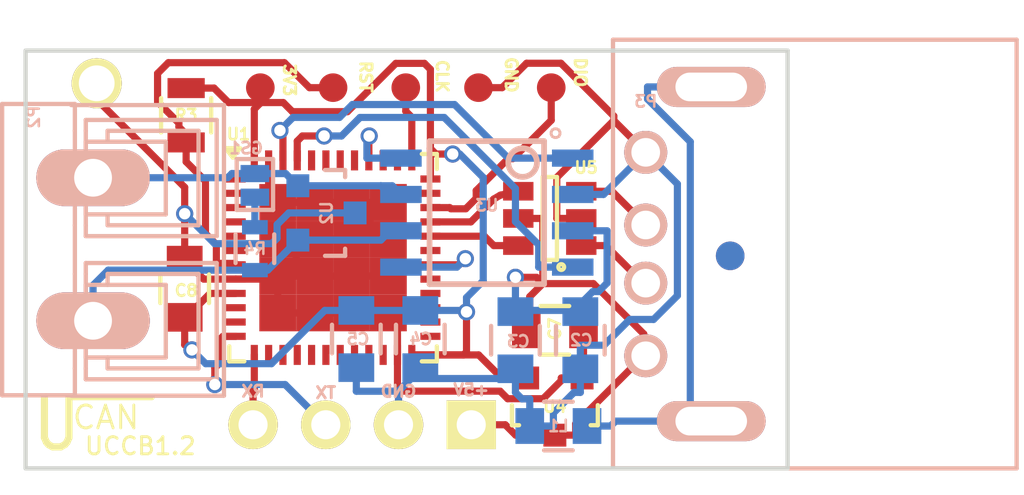
<source format=kicad_pcb>
(kicad_pcb (version 20171130) (host pcbnew "(5.1.12)-1")

  (general
    (thickness 1.6)
    (drawings 17)
    (tracks 310)
    (zones 0)
    (modules 22)
    (nets 21)
  )

  (page A4)
  (layers
    (0 F.Cu signal)
    (31 B.Cu signal)
    (32 B.Adhes user)
    (33 F.Adhes user hide)
    (34 B.Paste user)
    (35 F.Paste user)
    (36 B.SilkS user)
    (37 F.SilkS user)
    (38 B.Mask user)
    (39 F.Mask user)
    (40 Dwgs.User user)
    (41 Cmts.User user)
    (42 Eco1.User user)
    (43 Eco2.User user)
    (44 Edge.Cuts user)
    (45 Margin user)
    (46 B.CrtYd user)
    (47 F.CrtYd user)
    (48 B.Fab user)
    (49 F.Fab user)
  )

  (setup
    (last_trace_width 0.25)
    (trace_clearance 0.2)
    (zone_clearance 0.254)
    (zone_45_only yes)
    (trace_min 0.2)
    (via_size 0.6)
    (via_drill 0.4)
    (via_min_size 0.4)
    (via_min_drill 0.3)
    (user_via 0.86 0.45)
    (uvia_size 0.3)
    (uvia_drill 0.1)
    (uvias_allowed no)
    (uvia_min_size 0.2)
    (uvia_min_drill 0.1)
    (edge_width 0.15)
    (segment_width 0.2)
    (pcb_text_width 0.3)
    (pcb_text_size 1.5 1.5)
    (mod_edge_width 0.15)
    (mod_text_size 0.4 0.4)
    (mod_text_width 0.09)
    (pad_size 1.75 1.75)
    (pad_drill 1.25)
    (pad_to_mask_clearance 0.2)
    (aux_axis_origin 0 0)
    (visible_elements 7FFFFF7F)
    (pcbplotparams
      (layerselection 0x00014_00000000)
      (usegerberextensions true)
      (usegerberattributes true)
      (usegerberadvancedattributes true)
      (creategerberjobfile true)
      (excludeedgelayer true)
      (linewidth 0.100000)
      (plotframeref false)
      (viasonmask false)
      (mode 1)
      (useauxorigin false)
      (hpglpennumber 1)
      (hpglpenspeed 20)
      (hpglpendiameter 15.000000)
      (psnegative false)
      (psa4output false)
      (plotreference true)
      (plotvalue true)
      (plotinvisibletext false)
      (padsonsilk false)
      (subtractmaskfromsilk false)
      (outputformat 1)
      (mirror false)
      (drillshape 0)
      (scaleselection 1)
      (outputdirectory "Gerber/"))
  )

  (net 0 "")
  (net 1 "Net-(P1-Pad2)")
  (net 2 GND)
  (net 3 +3V3)
  (net 4 +5V)
  (net 5 SW_CLK)
  (net 6 SW_DIO)
  (net 7 "Net-(P3-Pad2)")
  (net 8 "Net-(P3-Pad3)")
  (net 9 CAN_MOD)
  (net 10 CAN_RX)
  (net 11 CAN_TX)
  (net 12 "Net-(L1-Pad2)")
  (net 13 "Net-(U1-Pad32)")
  (net 14 "Net-(U1-Pad33)")
  (net 15 "Net-(GS1-Pad1)")
  (net 16 "Net-(GS1-Pad2)")
  (net 17 /USART_TX)
  (net 18 /USART_RX)
  (net 19 CAN_MOD2)
  (net 20 "Net-(P2-Pad1)")

  (net_class Default "This is the default net class."
    (clearance 0.2)
    (trace_width 0.25)
    (via_dia 0.6)
    (via_drill 0.4)
    (uvia_dia 0.3)
    (uvia_drill 0.1)
    (add_net +3V3)
    (add_net +5V)
    (add_net /USART_RX)
    (add_net /USART_TX)
    (add_net CAN_MOD)
    (add_net CAN_MOD2)
    (add_net CAN_RX)
    (add_net CAN_TX)
    (add_net GND)
    (add_net "Net-(GS1-Pad1)")
    (add_net "Net-(GS1-Pad2)")
    (add_net "Net-(L1-Pad2)")
    (add_net "Net-(P1-Pad2)")
    (add_net "Net-(P2-Pad1)")
    (add_net "Net-(P3-Pad2)")
    (add_net "Net-(P3-Pad3)")
    (add_net "Net-(U1-Pad32)")
    (add_net "Net-(U1-Pad33)")
    (add_net SW_CLK)
    (add_net SW_DIO)
  )

  (module Resistors_SMD:R_0805 (layer F.Cu) (tedit 5) (tstamp 570568BD)
    (at 145.999 94.3356 90)
    (descr "Resistor SMD 0805, reflow soldering, Vishay (see dcrcw.pdf)")
    (tags "resistor 0805")
    (path /5705676D)
    (attr smd)
    (fp_text reference R3 (at 0 0 180) (layer F.SilkS)
      (effects (font (size 0.4 0.4) (thickness 0.09)))
    )
    (fp_text value 10k (at 0 2.1 90) (layer F.Fab) hide
      (effects (font (size 0.4 0.4) (thickness 0.09)))
    )
    (fp_line (start -0.6 -0.875) (end 0.6 -0.875) (layer F.SilkS) (width 0.15))
    (fp_line (start 0.6 0.875) (end -0.6 0.875) (layer F.SilkS) (width 0.15))
    (fp_line (start 1.6 -1) (end 1.6 1) (layer F.CrtYd) (width 0.05))
    (fp_line (start -1.6 -1) (end -1.6 1) (layer F.CrtYd) (width 0.05))
    (fp_line (start -1.6 1) (end 1.6 1) (layer F.CrtYd) (width 0.05))
    (fp_line (start -1.6 -1) (end 1.6 -1) (layer F.CrtYd) (width 0.05))
    (pad 1 smd rect (at -0.95 0 90) (size 0.7 1.3) (layers F.Cu F.Paste F.Mask)
      (net 1 "Net-(P1-Pad2)"))
    (pad 2 smd rect (at 0.95 0 90) (size 0.7 1.3) (layers F.Cu F.Paste F.Mask)
      (net 3 +3V3))
    (model Resistors_SMD.3dshapes/R_0805.wrl
      (at (xyz 0 0 0))
      (scale (xyz 1 1 1))
      (rotate (xyz 0 0 0))
    )
  )

  (module usb_ccb_custom:AK300-2MIRROR (layer B.Cu) (tedit 578542AC) (tstamp 5708F3D7)
    (at 142.748 96.52 270)
    (descr CONNECTOR)
    (tags CONNECTOR)
    (path /5706DEBC)
    (attr virtual)
    (fp_text reference P2 (at -2.12 2.075 270) (layer B.SilkS)
      (effects (font (size 0.4 0.4) (thickness 0.09)) (justify mirror))
    )
    (fp_text value CONN_01X02 (at 2.286 -5.588 270) (layer B.Fab) hide
      (effects (font (size 0.4 0.4) (thickness 0.09)) (justify mirror))
    )
    (fp_line (start 3.3632 0.254) (end 6.6652 0.254) (layer B.SilkS) (width 0.15))
    (fp_line (start 2.9822 0.254) (end 3.3632 0.254) (layer B.SilkS) (width 0.15))
    (fp_line (start 7.0462 0.254) (end 6.6652 0.254) (layer B.SilkS) (width 0.15))
    (fp_line (start 6.6652 0.635) (end 3.3632 0.635) (layer B.SilkS) (width 0.15))
    (fp_line (start 7.605 0.635) (end 6.6652 0.635) (layer B.SilkS) (width 0.15))
    (fp_line (start 1.6614 0.635) (end 3.3632 0.635) (layer B.SilkS) (width 0.15))
    (fp_line (start -1.6406 0.635) (end 1.6614 0.635) (layer B.SilkS) (width 0.15))
    (fp_line (start -2.58 0.635) (end -1.6406 0.635) (layer B.SilkS) (width 0.15))
    (fp_line (start 1.6614 0.254) (end -1.6406 0.254) (layer B.SilkS) (width 0.15))
    (fp_line (start 2.0424 0.254) (end 1.6614 0.254) (layer B.SilkS) (width 0.15))
    (fp_line (start -2.0216 0.254) (end -1.6406 0.254) (layer B.SilkS) (width 0.15))
    (fp_line (start 7.605 3.175) (end 7.605 1.651) (layer B.SilkS) (width 0.15))
    (fp_line (start -2.58 3.175) (end 7.605 3.175) (layer B.SilkS) (width 0.15))
    (fp_line (start 7.605 1.651) (end 7.605 0.635) (layer B.SilkS) (width 0.15))
    (fp_line (start -2.58 0.635) (end -2.58 3.175) (layer B.SilkS) (width 0.15))
    (fp_line (start 6.6652 -0.508) (end 6.2842 -0.508) (layer B.SilkS) (width 0.15))
    (fp_line (start 3.3632 -0.508) (end 3.7442 -0.508) (layer B.SilkS) (width 0.15))
    (fp_line (start 1.6614 -0.508) (end 1.2804 -0.508) (layer B.SilkS) (width 0.15))
    (fp_line (start -1.6406 -0.508) (end -1.2596 -0.508) (layer B.SilkS) (width 0.15))
    (fp_line (start -1.6406 -3.683) (end -1.6406 -0.508) (layer B.SilkS) (width 0.15))
    (fp_line (start 1.6614 -3.683) (end -1.6406 -3.683) (layer B.SilkS) (width 0.15))
    (fp_line (start 1.6614 -3.683) (end 1.6614 -0.508) (layer B.SilkS) (width 0.15))
    (fp_line (start 3.3632 -3.683) (end 3.3632 -0.508) (layer B.SilkS) (width 0.15))
    (fp_line (start 6.6652 -3.683) (end 3.3632 -3.683) (layer B.SilkS) (width 0.15))
    (fp_line (start 6.6652 -3.683) (end 6.6652 -0.508) (layer B.SilkS) (width 0.15))
    (fp_line (start 2.0424 -4.318) (end 2.0424 0.254) (layer B.SilkS) (width 0.15))
    (fp_line (start 2.0424 -4.318) (end -2.0216 -4.318) (layer B.SilkS) (width 0.15))
    (fp_line (start 2.9822 -4.318) (end 2.9822 0.254) (layer B.SilkS) (width 0.15))
    (fp_line (start 2.9822 -4.318) (end 7.0462 -4.318) (layer B.SilkS) (width 0.15))
    (fp_line (start -2.0216 0.254) (end -2.0216 -4.318) (layer B.SilkS) (width 0.15))
    (fp_line (start 7.0462 0.254) (end 7.0462 -4.318) (layer B.SilkS) (width 0.15))
    (fp_line (start 3.7442 -2.54) (end 3.7442 0.254) (layer B.SilkS) (width 0.15))
    (fp_line (start 3.7442 0.254) (end 6.2842 0.254) (layer B.SilkS) (width 0.15))
    (fp_line (start 6.2842 -2.54) (end 6.2842 0.254) (layer B.SilkS) (width 0.15))
    (fp_line (start 3.7442 -2.54) (end 6.2842 -2.54) (layer B.SilkS) (width 0.15))
    (fp_line (start -1.2596 -2.54) (end -1.2596 0.254) (layer B.SilkS) (width 0.15))
    (fp_line (start -1.2596 0.254) (end 1.2804 0.254) (layer B.SilkS) (width 0.15))
    (fp_line (start 1.2804 -2.54) (end 1.2804 0.254) (layer B.SilkS) (width 0.15))
    (fp_line (start -1.2596 -2.54) (end 1.2804 -2.54) (layer B.SilkS) (width 0.15))
    (fp_line (start 7.62 -4.572) (end 7.62 0.762) (layer B.SilkS) (width 0.15))
    (fp_line (start -2.54 -4.572) (end 7.62 -4.572) (layer B.SilkS) (width 0.15))
    (fp_line (start -2.54 0.762) (end -2.54 -4.572) (layer B.SilkS) (width 0.15))
    (pad 2 thru_hole oval (at 0 0 270) (size 1.9812 3.9624) (drill 1.3208) (layers *.Cu *.Mask B.SilkS)
      (net 16 "Net-(GS1-Pad2)"))
    (pad 1 thru_hole oval (at 5 0 270) (size 1.9812 3.9624) (drill 1.3208) (layers *.Cu *.Mask B.SilkS)
      (net 20 "Net-(P2-Pad1)"))
  )

  (module TO_SOT_Packages_SMD:SOT-23 (layer B.Cu) (tedit 0) (tstamp 5708C81C)
    (at 150.901 97.75 90)
    (descr "SOT-23, Standard")
    (tags SOT-23)
    (path /5708D55A)
    (attr smd)
    (fp_text reference U2 (at 0 0 270) (layer B.SilkS)
      (effects (font (size 0.4 0.4) (thickness 0.09)) (justify mirror))
    )
    (fp_text value PESD2CAN (at 0 -2.3 90) (layer B.Fab) hide
      (effects (font (size 0.4 0.4) (thickness 0.09)) (justify mirror))
    )
    (fp_line (start 1.49982 0.65024) (end 1.49982 -0.0508) (layer B.SilkS) (width 0.15))
    (fp_line (start 1.29916 0.65024) (end 1.49982 0.65024) (layer B.SilkS) (width 0.15))
    (fp_line (start -1.49982 0.65024) (end -1.2509 0.65024) (layer B.SilkS) (width 0.15))
    (fp_line (start -1.49982 -0.0508) (end -1.49982 0.65024) (layer B.SilkS) (width 0.15))
    (fp_line (start 1.29916 0.65024) (end 1.2509 0.65024) (layer B.SilkS) (width 0.15))
    (fp_line (start -1.65 -1.6) (end -1.65 1.6) (layer B.CrtYd) (width 0.05))
    (fp_line (start 1.65 -1.6) (end -1.65 -1.6) (layer B.CrtYd) (width 0.05))
    (fp_line (start 1.65 1.6) (end 1.65 -1.6) (layer B.CrtYd) (width 0.05))
    (fp_line (start -1.65 1.6) (end 1.65 1.6) (layer B.CrtYd) (width 0.05))
    (pad 1 smd rect (at -0.95 -1.00076 90) (size 0.8001 0.8001) (layers B.Cu B.Paste B.Mask)
      (net 20 "Net-(P2-Pad1)"))
    (pad 2 smd rect (at 0.95 -1.00076 90) (size 0.8001 0.8001) (layers B.Cu B.Paste B.Mask)
      (net 16 "Net-(GS1-Pad2)"))
    (pad 3 smd rect (at 0 0.99822 90) (size 0.8001 0.8001) (layers B.Cu B.Paste B.Mask)
      (net 2 GND))
    (model TO_SOT_Packages_SMD.3dshapes/SOT-23.wrl
      (at (xyz 0 0 0))
      (scale (xyz 1 1 1))
      (rotate (xyz 0 0 0))
    )
  )

  (module SO:SO (layer B.Cu) (tedit 5) (tstamp 5708C82E)
    (at 156.5 97.7392 180)
    (descr "Small Outline w/ Pins")
    (tags "SOIC SSOP TSSOP")
    (path /57081903)
    (attr smd)
    (fp_text reference U3 (at 0 0.254 180) (layer B.SilkS)
      (effects (font (size 0.4 0.4) (thickness 0.09)) (justify mirror))
    )
    (fp_text value TCAN332 (at 0 5.08 180) (layer B.SilkS) hide
      (effects (font (size 0.4 0.4) (thickness 0.09)) (justify mirror))
    )
    (fp_circle (center -1.25 1.75) (end -0.75 1.75) (layer B.SilkS) (width 0.2))
    (fp_line (start -2 -2.5) (end -2 2.5) (layer B.SilkS) (width 0.2))
    (fp_line (start 2 -2.5) (end -2 -2.5) (layer B.SilkS) (width 0.2))
    (fp_line (start 2 2.5) (end 2 -2.5) (layer B.SilkS) (width 0.2))
    (fp_line (start -2 2.5) (end 2 2.5) (layer B.SilkS) (width 0.2))
    (fp_text user ○ (at -2.4 2.805 180) (layer B.SilkS)
      (effects (font (size 0.4 0.4) (thickness 0.1)) (justify mirror))
    )
    (pad 1 smd rect (at -3 1.905 180) (size 1.45 0.6) (layers B.Cu B.Paste B.Mask)
      (net 11 CAN_TX))
    (pad 2 smd rect (at -3 0.635 180) (size 1.45 0.6) (layers B.Cu B.Paste B.Mask)
      (net 2 GND))
    (pad 3 smd rect (at -3 -0.635 180) (size 1.45 0.6) (layers B.Cu B.Paste B.Mask)
      (net 4 +5V))
    (pad 4 smd rect (at -3 -1.905 180) (size 1.45 0.6) (layers B.Cu B.Paste B.Mask)
      (net 10 CAN_RX))
    (pad 5 smd rect (at 3 -1.905 180) (size 1.45 0.6) (layers B.Cu B.Paste B.Mask)
      (net 19 CAN_MOD2))
    (pad 6 smd rect (at 3 -0.635 180) (size 1.45 0.6) (layers B.Cu B.Paste B.Mask)
      (net 20 "Net-(P2-Pad1)"))
    (pad 7 smd rect (at 3 0.635 180) (size 1.45 0.6) (layers B.Cu B.Paste B.Mask)
      (net 16 "Net-(GS1-Pad2)"))
    (pad 8 smd rect (at 3 1.905 180) (size 1.45 0.6) (layers B.Cu B.Paste B.Mask)
      (net 9 CAN_MOD))
    (model SO.wrl
      (at (xyz 0 0 0))
      (scale (xyz 0.3937 0.3937 0.3937))
      (rotate (xyz 0 0 0))
    )
  )

  (module TO_SOT_Packages_SMD:SOT-23 (layer F.Cu) (tedit 5) (tstamp 5708C83E)
    (at 158.877 104.521 180)
    (descr "SOT-23, Standard")
    (tags SOT-23)
    (path /5707DD46)
    (attr smd)
    (fp_text reference U4 (at 0 0 180) (layer F.SilkS)
      (effects (font (size 0.4 0.4) (thickness 0.09)))
    )
    (fp_text value MCP1700T-3302E/TT (at 0 2.3 180) (layer F.Fab) hide
      (effects (font (size 0.4 0.4) (thickness 0.09)))
    )
    (fp_line (start 1.49982 -0.65024) (end 1.49982 0.0508) (layer F.SilkS) (width 0.15))
    (fp_line (start 1.29916 -0.65024) (end 1.49982 -0.65024) (layer F.SilkS) (width 0.15))
    (fp_line (start -1.49982 -0.65024) (end -1.2509 -0.65024) (layer F.SilkS) (width 0.15))
    (fp_line (start -1.49982 0.0508) (end -1.49982 -0.65024) (layer F.SilkS) (width 0.15))
    (fp_line (start 1.29916 -0.65024) (end 1.2509 -0.65024) (layer F.SilkS) (width 0.15))
    (fp_line (start -1.65 1.6) (end -1.65 -1.6) (layer F.CrtYd) (width 0.05))
    (fp_line (start 1.65 1.6) (end -1.65 1.6) (layer F.CrtYd) (width 0.05))
    (fp_line (start 1.65 -1.6) (end 1.65 1.6) (layer F.CrtYd) (width 0.05))
    (fp_line (start -1.65 -1.6) (end 1.65 -1.6) (layer F.CrtYd) (width 0.05))
    (pad 1 smd rect (at -0.95 1.00076 180) (size 0.8001 0.8001) (layers F.Cu F.Paste F.Mask)
      (net 2 GND))
    (pad 2 smd rect (at 0.95 1.00076 180) (size 0.8001 0.8001) (layers F.Cu F.Paste F.Mask)
      (net 3 +3V3))
    (pad 3 smd rect (at 0 -0.99822 180) (size 0.8001 0.8001) (layers F.Cu F.Paste F.Mask)
      (net 4 +5V))
    (model TO_SOT_Packages_SMD.3dshapes/SOT-23.wrl
      (at (xyz 0 0 0))
      (scale (xyz 1 1 1))
      (rotate (xyz 0 0 0))
    )
  )

  (module TO_SOT_Packages_SMD:SOT-23-6 (layer F.Cu) (tedit 578375A3) (tstamp 5716757D)
    (at 158.699 97.9424 180)
    (descr "6-pin SOT-23 package")
    (tags SOT-23-6)
    (path /5716715E)
    (attr smd)
    (fp_text reference U5 (at -1.27 1.778 180) (layer F.SilkS)
      (effects (font (size 0.4 0.4) (thickness 0.09)))
    )
    (fp_text value USBLC6-2SC6 (at 0 2.9 180) (layer F.Fab) hide
      (effects (font (size 0.4 0.4) (thickness 0.09)))
    )
    (fp_line (start -0.25 -1.45) (end -0.25 1.45) (layer F.SilkS) (width 0.15))
    (fp_line (start -0.25 1.45) (end 0.25 1.45) (layer F.SilkS) (width 0.15))
    (fp_line (start 0.25 1.45) (end 0.25 -1.45) (layer F.SilkS) (width 0.15))
    (fp_line (start 0.25 -1.45) (end -0.25 -1.45) (layer F.SilkS) (width 0.15))
    (fp_circle (center -0.4 -1.7) (end -0.3 -1.7) (layer F.SilkS) (width 0.15))
    (pad 1 smd rect (at -1.1 -0.95 180) (size 1.06 0.65) (layers F.Cu F.Paste F.Mask)
      (net 7 "Net-(P3-Pad2)"))
    (pad 2 smd rect (at -1.1 0 180) (size 1.06 0.65) (layers F.Cu F.Paste F.Mask)
      (net 2 GND))
    (pad 3 smd rect (at -1.1 0.95 180) (size 1.06 0.65) (layers F.Cu F.Paste F.Mask)
      (net 8 "Net-(P3-Pad3)"))
    (pad 4 smd rect (at 1.1 0.95 180) (size 1.06 0.65) (layers F.Cu F.Paste F.Mask)
      (net 14 "Net-(U1-Pad33)"))
    (pad 6 smd rect (at 1.1 -0.95 180) (size 1.06 0.65) (layers F.Cu F.Paste F.Mask)
      (net 13 "Net-(U1-Pad32)"))
    (pad 5 smd rect (at 1.1 0 180) (size 1.06 0.65) (layers F.Cu F.Paste F.Mask)
      (net 4 +5V))
    (model TO_SOT_Packages_SMD.3dshapes/SOT-23-6.wrl
      (at (xyz 0 0 0))
      (scale (xyz 1 1 1))
      (rotate (xyz 0 0 0))
    )
  )

  (module Capacitors_SMD:C_0805 (layer B.Cu) (tedit 57169579) (tstamp 5716954A)
    (at 159 105.2)
    (descr "Capacitor SMD 0805, reflow soldering, AVX (see smccp.pdf)")
    (tags "capacitor 0805")
    (path /5716DEE4)
    (attr smd)
    (fp_text reference L1 (at 0 0) (layer B.SilkS)
      (effects (font (size 0.4 0.4) (thickness 0.09)) (justify mirror))
    )
    (fp_text value 30R@100MHz (at 0 -2.1) (layer B.Fab) hide
      (effects (font (size 0.4 0.4) (thickness 0.09)) (justify mirror))
    )
    (fp_line (start -0.5 -0.85) (end 0.5 -0.85) (layer B.SilkS) (width 0.15))
    (fp_line (start 0.5 0.85) (end -0.5 0.85) (layer B.SilkS) (width 0.15))
    (fp_line (start 1.8 1) (end 1.8 -1) (layer B.CrtYd) (width 0.05))
    (fp_line (start -1.8 1) (end -1.8 -1) (layer B.CrtYd) (width 0.05))
    (fp_line (start -1.8 -1) (end 1.8 -1) (layer B.CrtYd) (width 0.05))
    (fp_line (start -1.8 1) (end 1.8 1) (layer B.CrtYd) (width 0.05))
    (pad 1 smd rect (at -1 0) (size 1 1.25) (layers B.Cu B.Paste B.Mask)
      (net 2 GND))
    (pad 2 smd rect (at 1 0) (size 1 1.25) (layers B.Cu B.Paste B.Mask)
      (net 12 "Net-(L1-Pad2)"))
    (model Capacitors_SMD.3dshapes/C_0805.wrl
      (at (xyz 0 0 0))
      (scale (xyz 1 1 1))
      (rotate (xyz 0 0 0))
    )
  )

  (module usb_ccb_custom:USB_A_DS1097R (layer B.Cu) (tedit 577A89C1) (tstamp 5708D98E)
    (at 162.052 95.631 270)
    (descr "USB A connector")
    (tags "USB USB_A")
    (path /5706B9AC)
    (fp_text reference P3 (at -1.778 0 180) (layer B.SilkS)
      (effects (font (size 0.4 0.4) (thickness 0.09)) (justify mirror))
    )
    (fp_text value USB_A (at 3.83794 -7.43458 270) (layer B.Fab) hide
      (effects (font (size 0.4 0.4) (thickness 0.09)) (justify mirror))
    )
    (fp_line (start 11.04986 -12.95188) (end -3.93614 -12.95188) (layer B.SilkS) (width 0.15))
    (fp_line (start 11.04986 1.14512) (end -3.93614 1.14512) (layer B.SilkS) (width 0.15))
    (fp_line (start -3.93614 -12.95188) (end -3.93614 1.14512) (layer B.SilkS) (width 0.15))
    (fp_line (start 11.04986 1.14512) (end 11.04986 -12.95188) (layer B.SilkS) (width 0.15))
    (fp_line (start -5.3 1.4) (end 11.95 1.4) (layer B.CrtYd) (width 0.05))
    (fp_line (start -5.3 -13.2) (end 11.95 -13.2) (layer B.CrtYd) (width 0.05))
    (fp_line (start 11.95 1.4) (end 11.95 -13.2) (layer B.CrtYd) (width 0.05))
    (fp_line (start -5.3 -13.2) (end -5.3 1.4) (layer B.CrtYd) (width 0.05))
    (pad 1 thru_hole circle (at 7.11286 0.00212) (size 1.50114 1.50114) (drill 1.00076) (layers *.Cu *.Mask B.SilkS)
      (net 4 +5V))
    (pad 2 thru_hole circle (at 4.57286 0.00212) (size 1.50114 1.50114) (drill 1.00076) (layers *.Cu *.Mask B.SilkS)
      (net 7 "Net-(P3-Pad2)"))
    (pad 3 thru_hole circle (at 2.54086 0.00212) (size 1.50114 1.50114) (drill 1.00076) (layers *.Cu *.Mask B.SilkS)
      (net 8 "Net-(P3-Pad3)"))
    (pad 4 thru_hole circle (at 0.00086 0.00212) (size 1.50114 1.50114) (drill 1.00076) (layers *.Cu *.Mask B.SilkS)
      (net 2 GND))
    (pad 5 thru_hole oval (at 9.398 -2.286) (size 3.8 1.4) (drill oval 2.5 1) (layers *.Cu *.Mask B.SilkS)
      (net 12 "Net-(L1-Pad2)"))
    (pad 5 thru_hole oval (at -2.286 -2.286) (size 3.8 1.4) (drill oval 2.5 1) (layers *.Cu *.Mask B.SilkS)
      (net 12 "Net-(L1-Pad2)"))
    (model Connect.3dshapes/USB_A.wrl
      (offset (xyz 3.555999946594238 0 0))
      (scale (xyz 1 1 1))
      (rotate (xyz 0 0 90))
    )
  )

  (module usb_ccb_custom:Pin_Header_Angled_1x04m (layer F.Cu) (tedit 57838C76) (tstamp 571E71CD)
    (at 155.956 105.156 270)
    (descr "Through hole pin header")
    (tags "pin header")
    (path /571E76C6)
    (fp_text reference P4 (at -1.524 -1.27) (layer F.SilkS) hide
      (effects (font (size 0.4 0.4) (thickness 0.09)))
    )
    (fp_text value CONN_01X04 (at 0 -3.1 270) (layer F.Fab) hide
      (effects (font (size 0.4 0.4) (thickness 0.09)))
    )
    (pad 1 thru_hole rect (at 0 0 270) (size 1.7 1.7272) (drill 1.016) (layers *.Cu *.Mask F.SilkS)
      (net 4 +5V))
    (pad 2 thru_hole oval (at 0 2.54 270) (size 1.7 1.7272) (drill 1.016) (layers *.Cu *.Mask F.SilkS)
      (net 2 GND))
    (pad 3 thru_hole oval (at 0 5.08 270) (size 1.7 1.7272) (drill 1.016) (layers *.Cu *.Mask F.SilkS)
      (net 17 /USART_TX))
    (pad 4 thru_hole oval (at 0 7.62 270) (size 1.7 1.7272) (drill 1.016) (layers *.Cu *.Mask F.SilkS)
      (net 18 /USART_RX))
    (model Pin_Headers.3dshapes/Pin_Header_Angled_1x04.wrl
      (offset (xyz 0 -3.809999942779541 0))
      (scale (xyz 1 1 1))
      (rotate (xyz 0 0 90))
    )
  )

  (module Fiducials:Fiducial_1mm_Dia_2.54mm_Outer_CopperTop (layer F.Cu) (tedit 5846B632) (tstamp 5846B643)
    (at 165 99.25)
    (descr "Circular Fiducial, 1mm bare copper top; 2.54mm keepout")
    (tags marker)
    (path /58469840)
    (attr virtual)
    (fp_text reference F1 (at 3.4 0.7) (layer F.SilkS) hide
      (effects (font (size 0.4 0.4) (thickness 0.09)))
    )
    (fp_text value fiducial (at 0 -1.8) (layer F.Fab) hide
      (effects (font (size 0.4 0.4) (thickness 0.09)))
    )
    (fp_circle (center 0 0) (end 1.55 0) (layer F.CrtYd) (width 0.05))
    (pad ~ smd circle (at 0 0) (size 1 1) (layers F.Cu F.Mask)
      (solder_mask_margin 0.77) (clearance 0.77))
  )

  (module Fiducials:Fiducial_1mm_Dia_2.54mm_Outer_CopperBottom (layer F.Cu) (tedit 5846B636) (tstamp 5846B649)
    (at 165 99.25)
    (descr "Circular Fiducial, 1mm bare copper bottom; 2.54mm keepout")
    (tags marker)
    (path /584699B5)
    (attr virtual)
    (fp_text reference F2 (at 3.4 0.7) (layer F.SilkS) hide
      (effects (font (size 0.4 0.4) (thickness 0.09)))
    )
    (fp_text value fiducial (at 0 -1.8) (layer F.Fab) hide
      (effects (font (size 0.4 0.4) (thickness 0.09)))
    )
    (fp_circle (center 0 0) (end 1.55 0) (layer B.CrtYd) (width 0.05))
    (pad ~ smd circle (at 0 0) (size 1 1) (layers B.Cu B.Mask)
      (solder_mask_margin 0.77) (clearance 0.77))
  )

  (module usb_ccb_custom:QFN-48-1EP_7x7mm_Pitch0.5mm (layer F.Cu) (tedit 58627254) (tstamp 57056901)
    (at 151.13 99.314)
    (descr "UK Package; 48-Lead Plastic QFN (7mm x 7mm); (see Linear Technology QFN_48_05-08-1704.pdf)")
    (tags "QFN 0.5")
    (path /570419FA)
    (attr smd)
    (fp_text reference U1 (at -3.302 -4.318) (layer F.SilkS)
      (effects (font (size 0.4 0.4) (thickness 0.09)))
    )
    (fp_text value STM32F042C6Ux (at 0 4.75) (layer F.Fab) hide
      (effects (font (size 0.4 0.4) (thickness 0.09)))
    )
    (fp_line (start 3.625 -3.625) (end 3.1 -3.625) (layer F.SilkS) (width 0.15))
    (fp_line (start 3.625 3.625) (end 3.1 3.625) (layer F.SilkS) (width 0.15))
    (fp_line (start -3.625 3.625) (end -3.1 3.625) (layer F.SilkS) (width 0.15))
    (fp_line (start 3.625 3.625) (end 3.625 3.1) (layer F.SilkS) (width 0.15))
    (fp_line (start -3.625 3.625) (end -3.625 3.1) (layer F.SilkS) (width 0.15))
    (fp_line (start 3.625 -3.625) (end 3.625 -3.1) (layer F.SilkS) (width 0.15))
    (fp_line (start -4 4) (end 4 4) (layer F.CrtYd) (width 0.05))
    (fp_line (start -4 -4) (end 4 -4) (layer F.CrtYd) (width 0.05))
    (fp_line (start 4 -4) (end 4 4) (layer F.CrtYd) (width 0.05))
    (fp_line (start -4 -4) (end -4 4) (layer F.CrtYd) (width 0.05))
    (fp_line (start -3.75 -3.825) (end -3.25 -3.825) (layer F.SilkS) (width 0.15))
    (fp_line (start -3.25 -3.825) (end -3.5 -3.5) (layer F.SilkS) (width 0.15))
    (fp_line (start -3.5 -3.5) (end -3.75 -3.825) (layer F.SilkS) (width 0.15))
    (fp_line (start -3.75 -3.825) (end -3.525 -3.675) (layer F.SilkS) (width 0.15))
    (fp_line (start -3.525 -3.675) (end -3.425 -3.725) (layer F.SilkS) (width 0.15))
    (pad 1 smd rect (at -3.4 -2.75) (size 0.7 0.25) (layers F.Cu F.Paste F.Mask))
    (pad 2 smd rect (at -3.4 -2.25) (size 0.7 0.25) (layers F.Cu F.Paste F.Mask))
    (pad 3 smd rect (at -3.4 -1.75) (size 0.7 0.25) (layers F.Cu F.Paste F.Mask))
    (pad 4 smd rect (at -3.4 -1.25) (size 0.7 0.25) (layers F.Cu F.Paste F.Mask))
    (pad 5 smd rect (at -3.4 -0.75) (size 0.7 0.25) (layers F.Cu F.Paste F.Mask))
    (pad 6 smd rect (at -3.4 -0.25) (size 0.7 0.25) (layers F.Cu F.Paste F.Mask))
    (pad 7 smd rect (at -3.4 0.25) (size 0.7 0.25) (layers F.Cu F.Paste F.Mask)
      (net 1 "Net-(P1-Pad2)"))
    (pad 8 smd rect (at -3.4 0.75) (size 0.7 0.25) (layers F.Cu F.Paste F.Mask)
      (net 2 GND))
    (pad 9 smd rect (at -3.4 1.25) (size 0.7 0.25) (layers F.Cu F.Paste F.Mask)
      (net 3 +3V3))
    (pad 10 smd rect (at -3.4 1.75) (size 0.7 0.25) (layers F.Cu F.Paste F.Mask))
    (pad 11 smd rect (at -3.4 2.25) (size 0.7 0.25) (layers F.Cu F.Paste F.Mask))
    (pad 12 smd rect (at -3.4 2.75) (size 0.7 0.25) (layers F.Cu F.Paste F.Mask)
      (net 17 /USART_TX))
    (pad 13 smd rect (at -2.75 3.4 90) (size 0.7 0.25) (layers F.Cu F.Paste F.Mask)
      (net 18 /USART_RX))
    (pad 14 smd rect (at -2.25 3.4 90) (size 0.7 0.25) (layers F.Cu F.Paste F.Mask))
    (pad 15 smd rect (at -1.75 3.4 90) (size 0.7 0.25) (layers F.Cu F.Paste F.Mask))
    (pad 16 smd rect (at -1.25 3.4 90) (size 0.7 0.25) (layers F.Cu F.Paste F.Mask))
    (pad 17 smd rect (at -0.75 3.4 90) (size 0.7 0.25) (layers F.Cu F.Paste F.Mask))
    (pad 18 smd rect (at -0.25 3.4 90) (size 0.7 0.25) (layers F.Cu F.Paste F.Mask))
    (pad 19 smd rect (at 0.25 3.4 90) (size 0.7 0.25) (layers F.Cu F.Paste F.Mask))
    (pad 20 smd rect (at 0.75 3.4 90) (size 0.7 0.25) (layers F.Cu F.Paste F.Mask))
    (pad 21 smd rect (at 1.25 3.4 90) (size 0.7 0.25) (layers F.Cu F.Paste F.Mask))
    (pad 22 smd rect (at 1.75 3.4 90) (size 0.7 0.25) (layers F.Cu F.Paste F.Mask))
    (pad 23 smd rect (at 2.25 3.4 90) (size 0.7 0.25) (layers F.Cu F.Paste F.Mask)
      (net 2 GND))
    (pad 24 smd rect (at 2.75 3.4 90) (size 0.7 0.25) (layers F.Cu F.Paste F.Mask)
      (net 3 +3V3))
    (pad 25 smd rect (at 3.4 2.75) (size 0.7 0.25) (layers F.Cu F.Paste F.Mask))
    (pad 26 smd rect (at 3.4 2.25) (size 0.7 0.25) (layers F.Cu F.Paste F.Mask))
    (pad 27 smd rect (at 3.4 1.75) (size 0.7 0.25) (layers F.Cu F.Paste F.Mask))
    (pad 28 smd rect (at 3.4 1.25) (size 0.7 0.25) (layers F.Cu F.Paste F.Mask))
    (pad 29 smd rect (at 3.4 0.75) (size 0.7 0.25) (layers F.Cu F.Paste F.Mask))
    (pad 30 smd rect (at 3.4 0.25) (size 0.7 0.25) (layers F.Cu F.Paste F.Mask)
      (net 19 CAN_MOD2))
    (pad 31 smd rect (at 3.4 -0.25) (size 0.7 0.25) (layers F.Cu F.Paste F.Mask))
    (pad 32 smd rect (at 3.4 -0.75) (size 0.7 0.25) (layers F.Cu F.Paste F.Mask)
      (net 13 "Net-(U1-Pad32)"))
    (pad 33 smd rect (at 3.4 -1.25) (size 0.7 0.25) (layers F.Cu F.Paste F.Mask)
      (net 14 "Net-(U1-Pad33)"))
    (pad 34 smd rect (at 3.4 -1.75) (size 0.7 0.25) (layers F.Cu F.Paste F.Mask)
      (net 6 SW_DIO))
    (pad 35 smd rect (at 3.4 -2.25) (size 0.7 0.25) (layers F.Cu F.Paste F.Mask)
      (net 2 GND))
    (pad 36 smd rect (at 3.4 -2.75) (size 0.7 0.25) (layers F.Cu F.Paste F.Mask)
      (net 3 +3V3))
    (pad 37 smd rect (at 2.75 -3.4 90) (size 0.7 0.25) (layers F.Cu F.Paste F.Mask)
      (net 5 SW_CLK))
    (pad 38 smd rect (at 2.25 -3.4 90) (size 0.7 0.25) (layers F.Cu F.Paste F.Mask))
    (pad 39 smd rect (at 1.75 -3.4 90) (size 0.7 0.25) (layers F.Cu F.Paste F.Mask))
    (pad 40 smd rect (at 1.25 -3.4 90) (size 0.7 0.25) (layers F.Cu F.Paste F.Mask)
      (net 9 CAN_MOD))
    (pad 41 smd rect (at 0.75 -3.4 90) (size 0.7 0.25) (layers F.Cu F.Paste F.Mask))
    (pad 42 smd rect (at 0.25 -3.4 90) (size 0.7 0.25) (layers F.Cu F.Paste F.Mask))
    (pad 43 smd rect (at -0.25 -3.4 90) (size 0.7 0.25) (layers F.Cu F.Paste F.Mask))
    (pad 44 smd rect (at -0.75 -3.4 90) (size 0.7 0.25) (layers F.Cu F.Paste F.Mask))
    (pad 45 smd rect (at -1.25 -3.4 90) (size 0.7 0.25) (layers F.Cu F.Paste F.Mask)
      (net 10 CAN_RX))
    (pad 46 smd rect (at -1.75 -3.4 90) (size 0.7 0.25) (layers F.Cu F.Paste F.Mask)
      (net 11 CAN_TX))
    (pad 47 smd rect (at -2.25 -3.4 90) (size 0.7 0.25) (layers F.Cu F.Paste F.Mask)
      (net 2 GND))
    (pad 48 smd rect (at -2.75 -3.4 90) (size 0.7 0.25) (layers F.Cu F.Paste F.Mask)
      (net 3 +3V3))
    (pad 49 smd rect (at 1.93125 1.93125) (size 1.2875 1.2875) (layers F.Cu F.Paste F.Mask)
      (net 2 GND) (solder_paste_margin_ratio -0.2))
    (pad 49 smd rect (at 1.93125 0.64375) (size 1.2875 1.2875) (layers F.Cu F.Paste F.Mask)
      (net 2 GND) (solder_paste_margin_ratio -0.2))
    (pad 49 smd rect (at 1.93125 -0.64375) (size 1.2875 1.2875) (layers F.Cu F.Paste F.Mask)
      (net 2 GND) (solder_paste_margin_ratio -0.2))
    (pad 49 smd rect (at 1.93125 -1.93125) (size 1.2875 1.2875) (layers F.Cu F.Paste F.Mask)
      (net 2 GND) (solder_paste_margin_ratio -0.2))
    (pad 49 smd rect (at 0.64375 1.93125) (size 1.2875 1.2875) (layers F.Cu F.Paste F.Mask)
      (net 2 GND) (solder_paste_margin_ratio -0.2))
    (pad 49 smd rect (at 0.64375 0.64375) (size 1.2875 1.2875) (layers F.Cu F.Paste F.Mask)
      (net 2 GND) (solder_paste_margin_ratio -0.2))
    (pad 49 smd rect (at 0.64375 -0.64375) (size 1.2875 1.2875) (layers F.Cu F.Paste F.Mask)
      (net 2 GND) (solder_paste_margin_ratio -0.2))
    (pad 49 smd rect (at 0.64375 -1.93125) (size 1.2875 1.2875) (layers F.Cu F.Paste F.Mask)
      (net 2 GND) (solder_paste_margin_ratio -0.2))
    (pad 49 smd rect (at -0.64375 1.93125) (size 1.2875 1.2875) (layers F.Cu F.Paste F.Mask)
      (net 2 GND) (solder_paste_margin_ratio -0.2))
    (pad 49 smd rect (at -0.64375 0.64375) (size 1.2875 1.2875) (layers F.Cu F.Paste F.Mask)
      (net 2 GND) (solder_paste_margin_ratio -0.2))
    (pad 49 smd rect (at -0.64375 -0.64375) (size 1.2875 1.2875) (layers F.Cu F.Paste F.Mask)
      (net 2 GND) (solder_paste_margin_ratio -0.2))
    (pad 49 smd rect (at -0.64375 -1.93125) (size 1.2875 1.2875) (layers F.Cu F.Paste F.Mask)
      (net 2 GND) (solder_paste_margin_ratio -0.2))
    (pad 49 smd rect (at -1.93125 1.93125) (size 1.2875 1.2875) (layers F.Cu F.Paste F.Mask)
      (net 2 GND) (solder_paste_margin_ratio -0.2))
    (pad 49 smd rect (at -1.93125 0.64375) (size 1.2875 1.2875) (layers F.Cu F.Paste F.Mask)
      (net 2 GND) (solder_paste_margin_ratio -0.2))
    (pad 49 smd rect (at -1.93125 -0.64375) (size 1.2875 1.2875) (layers F.Cu F.Paste F.Mask)
      (net 2 GND) (solder_paste_margin_ratio -0.2))
    (pad 49 smd rect (at -1.93125 -1.93125) (size 1.2875 1.2875) (layers F.Cu F.Paste F.Mask)
      (net 2 GND) (solder_paste_margin_ratio -0.2))
    (model Housings_DFN_QFN.3dshapes/QFN-48-1EP_7x7mm_Pitch0.5mm.wrl
      (at (xyz 0 0 0))
      (scale (xyz 1 1 1))
      (rotate (xyz 0 0 0))
    )
  )

  (module usb_ccb_custom:swd_smd_conn5 (layer F.Cu) (tedit 584A59A3) (tstamp 570568AB)
    (at 152.4 93.3704)
    (descr "swd smd conn")
    (tags DEV)
    (path /57800591)
    (fp_text reference P1 (at 7.493 -0.508) (layer F.SilkS) hide
      (effects (font (size 0.4 0.4) (thickness 0.09)))
    )
    (fp_text value CONN_01X05 (at 6.604 2.032) (layer F.Fab) hide
      (effects (font (size 0.4 0.4) (thickness 0.09)))
    )
    (pad 5 smd oval (at 6.35 0) (size 1 1) (layers F.Cu F.Mask)
      (net 6 SW_DIO))
    (pad 2 smd oval (at -1.27 0) (size 1 1) (layers F.Cu F.Mask)
      (net 1 "Net-(P1-Pad2)"))
    (pad 3 smd oval (at 1.27 0) (size 1 1) (layers F.Cu F.Mask)
      (net 5 SW_CLK))
    (pad 1 smd oval (at -3.81 0) (size 1 1) (layers F.Cu F.Mask)
      (net 3 +3V3))
    (pad 4 smd oval (at 3.81 0) (size 1 1) (layers F.Cu F.Mask)
      (net 2 GND))
  )

  (module usb_ccb_custom:GS2s (layer B.Cu) (tedit 584A58A9) (tstamp 57813582)
    (at 148.4 96.7555)
    (descr "Pontet Goute de soudure")
    (path /5781392F)
    (attr virtual)
    (fp_text reference GS1 (at -0.3048 -1.2702) (layer B.SilkS)
      (effects (font (size 0.4 0.4) (thickness 0.09)) (justify mirror))
    )
    (fp_text value GS2 (at -1.905 0 270) (layer B.Fab) hide
      (effects (font (size 0.4 0.4) (thickness 0.09)) (justify mirror))
    )
    (fp_line (start 0.635 0.889) (end -0.635 0.889) (layer B.SilkS) (width 0.15))
    (fp_line (start -0.635 -0.889) (end 0.635 -0.889) (layer B.SilkS) (width 0.15))
    (fp_line (start -0.635 0.889) (end -0.635 -0.889) (layer B.SilkS) (width 0.15))
    (fp_line (start 0.635 -0.889) (end 0.635 0.889) (layer B.SilkS) (width 0.15))
    (pad 1 smd rect (at 0 0.4445) (size 1 0.6) (layers B.Cu B.Mask)
      (net 15 "Net-(GS1-Pad1)"))
    (pad 2 smd rect (at 0 -0.381) (size 1 0.6) (layers B.Cu B.Mask)
      (net 16 "Net-(GS1-Pad2)"))
  )

  (module usb_ccb_custom:1pin (layer F.Cu) (tedit 58628AB9) (tstamp 58626D93)
    (at 142.875 93.218)
    (descr "module 1 pin (ou trou mecanique de percage)")
    (tags DEV)
    (fp_text reference REF** (at -0.762 -2.54) (layer F.SilkS) hide
      (effects (font (size 0.4 0.4) (thickness 0.09)))
    )
    (fp_text value 1pin (at 1.27 2.54) (layer F.Fab) hide
      (effects (font (size 0.4 0.4) (thickness 0.09)))
    )
    (pad 1 thru_hole circle (at 0 0) (size 1.75 1.75) (drill 1.25) (layers *.Cu *.Mask F.SilkS)
      (net 2 GND))
  )

  (module Resistors_SMD:R_0603 (layer B.Cu) (tedit 58628B45) (tstamp 5708C800)
    (at 148.4 99 270)
    (descr "Resistor SMD 0603, reflow soldering, Vishay (see dcrcw.pdf)")
    (tags "resistor 0603")
    (path /5708DAC6)
    (attr smd)
    (fp_text reference R4 (at 0 0) (layer B.SilkS)
      (effects (font (size 0.4 0.4) (thickness 0.09)) (justify mirror))
    )
    (fp_text value 120R (at 0 -1.9 270) (layer B.Fab) hide
      (effects (font (size 0.4 0.4) (thickness 0.09)) (justify mirror))
    )
    (fp_line (start -0.5 0.675) (end 0.5 0.675) (layer B.SilkS) (width 0.15))
    (fp_line (start 0.5 -0.675) (end -0.5 -0.675) (layer B.SilkS) (width 0.15))
    (fp_line (start 1.3 0.8) (end 1.3 -0.8) (layer B.CrtYd) (width 0.05))
    (fp_line (start -1.3 0.8) (end -1.3 -0.8) (layer B.CrtYd) (width 0.05))
    (fp_line (start -1.3 -0.8) (end 1.3 -0.8) (layer B.CrtYd) (width 0.05))
    (fp_line (start -1.3 0.8) (end 1.3 0.8) (layer B.CrtYd) (width 0.05))
    (fp_line (start -0.8 0.4) (end 0.8 0.4) (layer B.Fab) (width 0.1))
    (fp_line (start 0.8 0.4) (end 0.8 -0.4) (layer B.Fab) (width 0.1))
    (fp_line (start 0.8 -0.4) (end -0.8 -0.4) (layer B.Fab) (width 0.1))
    (fp_line (start -0.8 -0.4) (end -0.8 0.4) (layer B.Fab) (width 0.1))
    (pad 1 smd rect (at -0.75 0 270) (size 0.5 0.9) (layers B.Cu B.Paste B.Mask)
      (net 15 "Net-(GS1-Pad1)"))
    (pad 2 smd rect (at 0.75 0 270) (size 0.5 0.9) (layers B.Cu B.Paste B.Mask)
      (net 20 "Net-(P2-Pad1)"))
    (model Resistors_SMD.3dshapes/R_0603.wrl
      (at (xyz 0 0 0))
      (scale (xyz 1 1 1))
      (rotate (xyz 0 0 0))
    )
  )

  (module Capacitors_SMD:C_0805 (layer B.Cu) (tedit 58627077) (tstamp 5708C7C4)
    (at 154.178 102.159 270)
    (descr "Capacitor SMD 0805, reflow soldering, AVX (see smccp.pdf)")
    (tags "capacitor 0805")
    (path /5706EB05)
    (attr smd)
    (fp_text reference C4 (at 0 -0.022) (layer B.SilkS)
      (effects (font (size 0.4 0.4) (thickness 0.09)) (justify mirror))
    )
    (fp_text value 10n (at 0 -2.1 270) (layer B.Fab) hide
      (effects (font (size 0.4 0.4) (thickness 0.09)) (justify mirror))
    )
    (fp_line (start -0.5 -0.85) (end 0.5 -0.85) (layer B.SilkS) (width 0.15))
    (fp_line (start 0.5 0.85) (end -0.5 0.85) (layer B.SilkS) (width 0.15))
    (fp_line (start 1.8 1) (end 1.8 -1) (layer B.CrtYd) (width 0.05))
    (fp_line (start -1.8 1) (end -1.8 -1) (layer B.CrtYd) (width 0.05))
    (fp_line (start -1.8 -1) (end 1.8 -1) (layer B.CrtYd) (width 0.05))
    (fp_line (start -1.8 1) (end 1.8 1) (layer B.CrtYd) (width 0.05))
    (fp_line (start -1 0.625) (end 1 0.625) (layer B.Fab) (width 0.15))
    (fp_line (start 1 0.625) (end 1 -0.625) (layer B.Fab) (width 0.15))
    (fp_line (start 1 -0.625) (end -1 -0.625) (layer B.Fab) (width 0.15))
    (fp_line (start -1 -0.625) (end -1 0.625) (layer B.Fab) (width 0.15))
    (pad 1 smd rect (at -1 0 270) (size 1 1.25) (layers B.Cu B.Paste B.Mask)
      (net 3 +3V3))
    (pad 2 smd rect (at 1 0 270) (size 1 1.25) (layers B.Cu B.Paste B.Mask)
      (net 2 GND))
    (model Capacitors_SMD.3dshapes/C_0805.wrl
      (at (xyz 0 0 0))
      (scale (xyz 1 1 1))
      (rotate (xyz 0 0 0))
    )
  )

  (module Capacitors_SMD:C_0805 (layer B.Cu) (tedit 586270AB) (tstamp 5708C7D0)
    (at 151.943 102.159 270)
    (descr "Capacitor SMD 0805, reflow soldering, AVX (see smccp.pdf)")
    (tags "capacitor 0805")
    (path /5706ED0B)
    (attr smd)
    (fp_text reference C5 (at 0 -0.057) (layer B.SilkS)
      (effects (font (size 0.4 0.4) (thickness 0.09)) (justify mirror))
    )
    (fp_text value 100n (at 0 -2.1 270) (layer B.Fab) hide
      (effects (font (size 0.4 0.4) (thickness 0.09)) (justify mirror))
    )
    (fp_line (start -0.5 -0.85) (end 0.5 -0.85) (layer B.SilkS) (width 0.15))
    (fp_line (start 0.5 0.85) (end -0.5 0.85) (layer B.SilkS) (width 0.15))
    (fp_line (start 1.8 1) (end 1.8 -1) (layer B.CrtYd) (width 0.05))
    (fp_line (start -1.8 1) (end -1.8 -1) (layer B.CrtYd) (width 0.05))
    (fp_line (start -1.8 -1) (end 1.8 -1) (layer B.CrtYd) (width 0.05))
    (fp_line (start -1.8 1) (end 1.8 1) (layer B.CrtYd) (width 0.05))
    (fp_line (start -1 0.625) (end 1 0.625) (layer B.Fab) (width 0.15))
    (fp_line (start 1 0.625) (end 1 -0.625) (layer B.Fab) (width 0.15))
    (fp_line (start 1 -0.625) (end -1 -0.625) (layer B.Fab) (width 0.15))
    (fp_line (start -1 -0.625) (end -1 0.625) (layer B.Fab) (width 0.15))
    (pad 1 smd rect (at -1 0 270) (size 1 1.25) (layers B.Cu B.Paste B.Mask)
      (net 3 +3V3))
    (pad 2 smd rect (at 1 0 270) (size 1 1.25) (layers B.Cu B.Paste B.Mask)
      (net 2 GND))
    (model Capacitors_SMD.3dshapes/C_0805.wrl
      (at (xyz 0 0 0))
      (scale (xyz 1 1 1))
      (rotate (xyz 0 0 0))
    )
  )

  (module Capacitors_SMD:C_0805 (layer B.Cu) (tedit 58627111) (tstamp 5708C7B8)
    (at 157.5 102.2 270)
    (descr "Capacitor SMD 0805, reflow soldering, AVX (see smccp.pdf)")
    (tags "capacitor 0805")
    (path /5708AC0C)
    (attr smd)
    (fp_text reference C3 (at 0.041 -0.1) (layer B.SilkS)
      (effects (font (size 0.4 0.4) (thickness 0.09)) (justify mirror))
    )
    (fp_text value 10n (at 0 -2.1 270) (layer B.Fab) hide
      (effects (font (size 0.4 0.4) (thickness 0.09)) (justify mirror))
    )
    (fp_line (start -0.5 -0.85) (end 0.5 -0.85) (layer B.SilkS) (width 0.15))
    (fp_line (start 0.5 0.85) (end -0.5 0.85) (layer B.SilkS) (width 0.15))
    (fp_line (start 1.8 1) (end 1.8 -1) (layer B.CrtYd) (width 0.05))
    (fp_line (start -1.8 1) (end -1.8 -1) (layer B.CrtYd) (width 0.05))
    (fp_line (start -1.8 -1) (end 1.8 -1) (layer B.CrtYd) (width 0.05))
    (fp_line (start -1.8 1) (end 1.8 1) (layer B.CrtYd) (width 0.05))
    (fp_line (start -1 0.625) (end 1 0.625) (layer B.Fab) (width 0.15))
    (fp_line (start 1 0.625) (end 1 -0.625) (layer B.Fab) (width 0.15))
    (fp_line (start 1 -0.625) (end -1 -0.625) (layer B.Fab) (width 0.15))
    (fp_line (start -1 -0.625) (end -1 0.625) (layer B.Fab) (width 0.15))
    (pad 1 smd rect (at -1 0 270) (size 1 1.25) (layers B.Cu B.Paste B.Mask)
      (net 4 +5V))
    (pad 2 smd rect (at 1 0 270) (size 1 1.25) (layers B.Cu B.Paste B.Mask)
      (net 2 GND))
    (model Capacitors_SMD.3dshapes/C_0805.wrl
      (at (xyz 0 0 0))
      (scale (xyz 1 1 1))
      (rotate (xyz 0 0 0))
    )
  )

  (module Capacitors_SMD:C_0805 (layer B.Cu) (tedit 58627129) (tstamp 5708C7AC)
    (at 159.766 102.2 270)
    (descr "Capacitor SMD 0805, reflow soldering, AVX (see smccp.pdf)")
    (tags "capacitor 0805")
    (path /5708B5D9)
    (attr smd)
    (fp_text reference C2 (at 0 -0.034) (layer B.SilkS)
      (effects (font (size 0.4 0.4) (thickness 0.09)) (justify mirror))
    )
    (fp_text value 100n (at 0 -2.1 270) (layer B.Fab) hide
      (effects (font (size 0.4 0.4) (thickness 0.09)) (justify mirror))
    )
    (fp_line (start -0.5 -0.85) (end 0.5 -0.85) (layer B.SilkS) (width 0.15))
    (fp_line (start 0.5 0.85) (end -0.5 0.85) (layer B.SilkS) (width 0.15))
    (fp_line (start 1.8 1) (end 1.8 -1) (layer B.CrtYd) (width 0.05))
    (fp_line (start -1.8 1) (end -1.8 -1) (layer B.CrtYd) (width 0.05))
    (fp_line (start -1.8 -1) (end 1.8 -1) (layer B.CrtYd) (width 0.05))
    (fp_line (start -1.8 1) (end 1.8 1) (layer B.CrtYd) (width 0.05))
    (fp_line (start -1 0.625) (end 1 0.625) (layer B.Fab) (width 0.15))
    (fp_line (start 1 0.625) (end 1 -0.625) (layer B.Fab) (width 0.15))
    (fp_line (start 1 -0.625) (end -1 -0.625) (layer B.Fab) (width 0.15))
    (fp_line (start -1 -0.625) (end -1 0.625) (layer B.Fab) (width 0.15))
    (pad 1 smd rect (at -1 0 270) (size 1 1.25) (layers B.Cu B.Paste B.Mask)
      (net 4 +5V))
    (pad 2 smd rect (at 1 0 270) (size 1 1.25) (layers B.Cu B.Paste B.Mask)
      (net 2 GND))
    (model Capacitors_SMD.3dshapes/C_0805.wrl
      (at (xyz 0 0 0))
      (scale (xyz 1 1 1))
      (rotate (xyz 0 0 0))
    )
  )

  (module Capacitors_SMD:C_0805 (layer F.Cu) (tedit 586272FB) (tstamp 5708C7E8)
    (at 158.877 101.854)
    (descr "Capacitor SMD 0805, reflow soldering, AVX (see smccp.pdf)")
    (tags "capacitor 0805")
    (path /5706F46D)
    (attr smd)
    (fp_text reference C7 (at 0 -0.054 90) (layer F.SilkS)
      (effects (font (size 0.4 0.4) (thickness 0.09)))
    )
    (fp_text value 1u (at -0.077 0.146) (layer F.Fab) hide
      (effects (font (size 0.4 0.4) (thickness 0.09)))
    )
    (fp_line (start -0.5 0.85) (end 0.5 0.85) (layer F.SilkS) (width 0.15))
    (fp_line (start 0.5 -0.85) (end -0.5 -0.85) (layer F.SilkS) (width 0.15))
    (fp_line (start 1.8 -1) (end 1.8 1) (layer F.CrtYd) (width 0.05))
    (fp_line (start -1.8 -1) (end -1.8 1) (layer F.CrtYd) (width 0.05))
    (fp_line (start -1.8 1) (end 1.8 1) (layer F.CrtYd) (width 0.05))
    (fp_line (start -1.8 -1) (end 1.8 -1) (layer F.CrtYd) (width 0.05))
    (fp_line (start -1 -0.625) (end 1 -0.625) (layer F.Fab) (width 0.15))
    (fp_line (start 1 -0.625) (end 1 0.625) (layer F.Fab) (width 0.15))
    (fp_line (start 1 0.625) (end -1 0.625) (layer F.Fab) (width 0.15))
    (fp_line (start -1 0.625) (end -1 -0.625) (layer F.Fab) (width 0.15))
    (pad 1 smd rect (at -1 0) (size 1 1.25) (layers F.Cu F.Paste F.Mask)
      (net 4 +5V))
    (pad 2 smd rect (at 1 0) (size 1 1.25) (layers F.Cu F.Paste F.Mask)
      (net 2 GND))
    (model Capacitors_SMD.3dshapes/C_0805.wrl
      (at (xyz 0 0 0))
      (scale (xyz 1 1 1))
      (rotate (xyz 0 0 0))
    )
  )

  (module Capacitors_SMD:C_0805 (layer F.Cu) (tedit 58627346) (tstamp 5708C7F4)
    (at 145.948 100.4 90)
    (descr "Capacitor SMD 0805, reflow soldering, AVX (see smccp.pdf)")
    (tags "capacitor 0805")
    (path /5706F1F3)
    (attr smd)
    (fp_text reference C8 (at -0.064 0.052 180) (layer F.SilkS)
      (effects (font (size 0.4 0.4) (thickness 0.09)))
    )
    (fp_text value 1u (at 0 -0.348 90) (layer F.Fab) hide
      (effects (font (size 0.4 0.4) (thickness 0.09)))
    )
    (fp_line (start -0.5 0.85) (end 0.5 0.85) (layer F.SilkS) (width 0.15))
    (fp_line (start 0.5 -0.85) (end -0.5 -0.85) (layer F.SilkS) (width 0.15))
    (fp_line (start 1.8 -1) (end 1.8 1) (layer F.CrtYd) (width 0.05))
    (fp_line (start -1.8 -1) (end -1.8 1) (layer F.CrtYd) (width 0.05))
    (fp_line (start -1.8 1) (end 1.8 1) (layer F.CrtYd) (width 0.05))
    (fp_line (start -1.8 -1) (end 1.8 -1) (layer F.CrtYd) (width 0.05))
    (fp_line (start -1 -0.625) (end 1 -0.625) (layer F.Fab) (width 0.15))
    (fp_line (start 1 -0.625) (end 1 0.625) (layer F.Fab) (width 0.15))
    (fp_line (start 1 0.625) (end -1 0.625) (layer F.Fab) (width 0.15))
    (fp_line (start -1 0.625) (end -1 -0.625) (layer F.Fab) (width 0.15))
    (pad 1 smd rect (at -1 0 90) (size 1 1.25) (layers F.Cu F.Paste F.Mask)
      (net 3 +3V3))
    (pad 2 smd rect (at 1 0 90) (size 1 1.25) (layers F.Cu F.Paste F.Mask)
      (net 2 GND))
    (model Capacitors_SMD.3dshapes/C_0805.wrl
      (at (xyz 0 0 0))
      (scale (xyz 1 1 1))
      (rotate (xyz 0 0 0))
    )
  )

  (gr_text 3V3 (at 149.606 93.726 270) (layer F.SilkS)
    (effects (font (size 0.4 0.4) (thickness 0.1)) (justify right))
  )
  (gr_text RST (at 152.273 93.599 270) (layer F.SilkS)
    (effects (font (size 0.4 0.4) (thickness 0.1)) (justify right))
  )
  (gr_text CLK (at 154.94 93.599 270) (layer F.SilkS)
    (effects (font (size 0.4 0.4) (thickness 0.1)) (justify right))
  )
  (gr_text GND (at 157.353 93.599 270) (layer F.SilkS)
    (effects (font (size 0.4 0.4) (thickness 0.1)) (justify right))
  )
  (gr_text DIO (at 159.766 92.837 270) (layer F.SilkS)
    (effects (font (size 0.4 0.4) (thickness 0.1)))
  )
  (gr_text U (at 141.478 105.156) (layer F.SilkS)
    (effects (font (size 1.7 1.5) (thickness 0.25)) (justify mirror))
  )
  (gr_text CAN (at 143.2 104.9) (layer F.SilkS)
    (effects (font (size 0.8 0.8) (thickness 0.1)))
  )
  (gr_text UCCB1.2 (at 144.4 105.9) (layer F.SilkS)
    (effects (font (size 0.6 0.6) (thickness 0.1)))
  )
  (gr_text +5V (at 155.956 103.9368) (layer B.SilkS)
    (effects (font (size 0.4 0.4) (thickness 0.1)) (justify mirror))
  )
  (gr_text GND (at 153.416 103.9876) (layer B.SilkS)
    (effects (font (size 0.4 0.4) (thickness 0.1)) (justify mirror))
  )
  (gr_text TX (at 150.876 104.0384) (layer B.SilkS)
    (effects (font (size 0.4 0.4) (thickness 0.1)) (justify mirror))
  )
  (gr_text RX (at 148.336 103.9876) (layer B.SilkS)
    (effects (font (size 0.4 0.4) (thickness 0.1)) (justify mirror))
  )
  (gr_line (start 141.9 104.2) (end 144.8 104.2) (angle 90) (layer F.SilkS) (width 0.2))
  (gr_line (start 167.005 106.68) (end 140.4 106.68) (angle 90) (layer Edge.Cuts) (width 0.15))
  (gr_line (start 167.005 92.075) (end 167.005 106.68) (angle 90) (layer Edge.Cuts) (width 0.15))
  (gr_line (start 140.4 92.075) (end 167.005 92.075) (angle 90) (layer Edge.Cuts) (width 0.15))
  (gr_line (start 140.392 106.68) (end 140.392 92.075) (angle 90) (layer Edge.Cuts) (width 0.15))

  (segment (start 151.13 93.3704) (end 150.305 93.3704) (width 0.25) (layer F.Cu) (net 1))
  (segment (start 150.305 93.3704) (end 149.431 92.4971) (width 0.25) (layer F.Cu) (net 1))
  (segment (start 149.431 92.4971) (end 145.378 92.4971) (width 0.25) (layer F.Cu) (net 1))
  (segment (start 145.378 92.4971) (end 145.001 92.8744) (width 0.25) (layer F.Cu) (net 1))
  (segment (start 145.001 92.8744) (end 145.001 93.8652) (width 0.25) (layer F.Cu) (net 1))
  (segment (start 145.001 93.8652) (end 145.746 94.6103) (width 0.25) (layer F.Cu) (net 1))
  (segment (start 145.746 94.6103) (end 145.746 94.7458) (width 0.25) (layer F.Cu) (net 1))
  (segment (start 145.746 94.7458) (end 146 95) (width 0.25) (layer F.Cu) (net 1))
  (segment (start 146 95) (end 145.999 95.001) (width 0.25) (layer F.Cu) (net 1))
  (segment (start 145.999 95.001) (end 145.999 95.2856) (width 0.25) (layer F.Cu) (net 1))
  (segment (start 145.999 95.2856) (end 145.999 95.9609) (width 0.25) (layer F.Cu) (net 1))
  (segment (start 145.999 95.9609) (end 146.674 96.6362) (width 0.25) (layer F.Cu) (net 1))
  (segment (start 146.674 96.6362) (end 146.674 98.4743) (width 0.25) (layer F.Cu) (net 1))
  (segment (start 146.674 98.4743) (end 147.055 98.855) (width 0.25) (layer F.Cu) (net 1))
  (segment (start 147.055 98.855) (end 147.055 99.449) (width 0.25) (layer F.Cu) (net 1))
  (segment (start 147.055 99.449) (end 147.12 99.514) (width 0.25) (layer F.Cu) (net 1))
  (segment (start 147.12 99.514) (end 147.714 99.514) (width 0.25) (layer F.Cu) (net 1))
  (segment (start 147.714 99.514) (end 147.73 99.53) (width 0.25) (layer F.Cu) (net 1))
  (segment (start 147.73 99.53) (end 147.73 99.564) (width 0.25) (layer F.Cu) (net 1))
  (segment (start 151.8992 97.75) (end 149.5839 97.75) (width 0.25) (layer B.Cu) (net 2))
  (segment (start 149.5839 97.75) (end 149.1751 98.1588) (width 0.25) (layer B.Cu) (net 2))
  (segment (start 149.1751 98.1588) (end 149.1751 98.6347) (width 0.25) (layer B.Cu) (net 2))
  (segment (start 149.1751 98.6347) (end 148.9846 98.8252) (width 0.25) (layer B.Cu) (net 2))
  (segment (start 148.9846 98.8252) (end 146.9964 98.8252) (width 0.25) (layer B.Cu) (net 2))
  (segment (start 146.9964 98.8252) (end 145.948 97.7768) (width 0.25) (layer B.Cu) (net 2))
  (segment (start 145.948 97.7768) (end 145.948 99.4) (width 0.25) (layer F.Cu) (net 2))
  (segment (start 142.875 93.218) (end 142.875 93.7814) (width 0.25) (layer F.Cu) (net 2))
  (segment (start 142.875 93.7814) (end 145.948 96.8544) (width 0.25) (layer F.Cu) (net 2))
  (segment (start 145.948 96.8544) (end 145.948 97.7768) (width 0.25) (layer F.Cu) (net 2))
  (segment (start 159.766 103.2) (end 159.766 102.3749) (width 0.25) (layer B.Cu) (net 2))
  (segment (start 159.766 102.3749) (end 160.5911 102.3749) (width 0.25) (layer B.Cu) (net 2))
  (segment (start 160.5911 102.3749) (end 161.4921 101.4739) (width 0.25) (layer B.Cu) (net 2))
  (segment (start 161.4921 101.4739) (end 162.3242 101.4739) (width 0.25) (layer B.Cu) (net 2))
  (segment (start 162.3242 101.4739) (end 163.1562 100.6419) (width 0.25) (layer B.Cu) (net 2))
  (segment (start 163.1562 100.6419) (end 163.1562 96.7382) (width 0.25) (layer B.Cu) (net 2))
  (segment (start 163.1562 96.7382) (end 162.0499 95.6319) (width 0.25) (layer B.Cu) (net 2))
  (segment (start 159.766 103.5124) (end 159.766 103.2) (width 0.25) (layer B.Cu) (net 2))
  (segment (start 159.766 103.5124) (end 159.766 104.0251) (width 0.25) (layer B.Cu) (net 2))
  (segment (start 160.9364 94.5184) (end 162.0499 95.6319) (width 0.25) (layer F.Cu) (net 2))
  (segment (start 157.0351 93.3704) (end 157.8879 92.5176) (width 0.25) (layer F.Cu) (net 2))
  (segment (start 157.8879 92.5176) (end 159.0895 92.5176) (width 0.25) (layer F.Cu) (net 2))
  (segment (start 159.0895 92.5176) (end 160.9364 94.3645) (width 0.25) (layer F.Cu) (net 2))
  (segment (start 160.9364 94.3645) (end 160.9364 94.5184) (width 0.25) (layer F.Cu) (net 2))
  (segment (start 160.9364 94.5184) (end 158.9439 96.5109) (width 0.25) (layer F.Cu) (net 2))
  (segment (start 158.9439 96.5109) (end 158.9439 97.9424) (width 0.25) (layer F.Cu) (net 2))
  (segment (start 159.799 97.9424) (end 158.9439 97.9424) (width 0.25) (layer F.Cu) (net 2))
  (segment (start 159.827 103.5202) (end 159.1018 103.5202) (width 0.25) (layer F.Cu) (net 2))
  (segment (start 153.416 103.9809) (end 156.9631 103.9809) (width 0.25) (layer F.Cu) (net 2))
  (segment (start 156.9631 103.9809) (end 157.2276 104.2454) (width 0.25) (layer F.Cu) (net 2))
  (segment (start 157.2276 104.2454) (end 158.4674 104.2454) (width 0.25) (layer F.Cu) (net 2))
  (segment (start 158.4674 104.2454) (end 159.1018 103.611) (width 0.25) (layer F.Cu) (net 2))
  (segment (start 159.1018 103.611) (end 159.1018 103.5202) (width 0.25) (layer F.Cu) (net 2))
  (segment (start 153.416 104.0934) (end 153.416 103.9809) (width 0.25) (layer F.Cu) (net 2))
  (segment (start 153.416 105.156) (end 153.416 104.0934) (width 0.25) (layer F.Cu) (net 2))
  (segment (start 162.0499 95.6319) (end 160.5776 97.1042) (width 0.25) (layer B.Cu) (net 2))
  (segment (start 160.5776 97.1042) (end 159.5 97.1042) (width 0.25) (layer B.Cu) (net 2))
  (segment (start 154.178 103.54) (end 157.5 103.54) (width 0.25) (layer B.Cu) (net 2))
  (segment (start 153.416 103.9809) (end 153.8569 103.54) (width 0.25) (layer B.Cu) (net 2))
  (segment (start 153.8569 103.54) (end 154.178 103.54) (width 0.25) (layer B.Cu) (net 2))
  (segment (start 154.178 103.159) (end 154.178 103.54) (width 0.25) (layer B.Cu) (net 2))
  (segment (start 157.5 103.54) (end 157.5 104.0251) (width 0.25) (layer B.Cu) (net 2))
  (segment (start 157.5 103.2) (end 157.5 103.54) (width 0.25) (layer B.Cu) (net 2))
  (segment (start 153.38 102.714) (end 153.38 103.9449) (width 0.25) (layer F.Cu) (net 2))
  (segment (start 153.38 103.9449) (end 153.416 103.9809) (width 0.25) (layer F.Cu) (net 2))
  (segment (start 153.0613 101.2452) (end 153.38 101.5639) (width 0.25) (layer F.Cu) (net 2))
  (segment (start 153.38 101.5639) (end 153.38 102.714) (width 0.25) (layer F.Cu) (net 2))
  (segment (start 149.8426 98.6702) (end 150.4863 98.6702) (width 0.25) (layer F.Cu) (net 2))
  (segment (start 149.1988 98.6702) (end 149.8426 98.6702) (width 0.25) (layer F.Cu) (net 2))
  (segment (start 149.8426 99.9577) (end 150.4863 99.9577) (width 0.25) (layer F.Cu) (net 2))
  (segment (start 149.1988 99.9577) (end 149.8426 99.9577) (width 0.25) (layer F.Cu) (net 2))
  (segment (start 149.8426 98.6702) (end 149.8426 99.9577) (width 0.25) (layer F.Cu) (net 2))
  (segment (start 148.88 95.914) (end 148.88 97.0639) (width 0.25) (layer F.Cu) (net 2))
  (segment (start 148.88 97.0639) (end 149.1988 97.3827) (width 0.25) (layer F.Cu) (net 2))
  (segment (start 149.1988 101.2452) (end 149.1988 100.1703) (width 0.25) (layer F.Cu) (net 2))
  (segment (start 149.1988 100.1703) (end 149.0925 100.064) (width 0.25) (layer F.Cu) (net 2))
  (segment (start 149.1988 101.2452) (end 150.4863 101.2452) (width 0.25) (layer F.Cu) (net 2))
  (segment (start 149.0925 100.064) (end 147.73 100.064) (width 0.25) (layer F.Cu) (net 2))
  (segment (start 149.1988 99.9577) (end 149.0925 100.064) (width 0.25) (layer F.Cu) (net 2))
  (segment (start 152.4176 98.6702) (end 153.0613 98.6702) (width 0.25) (layer F.Cu) (net 2))
  (segment (start 151.7738 98.6702) (end 152.4176 98.6702) (width 0.25) (layer F.Cu) (net 2))
  (segment (start 152.4176 97.3827) (end 153.0613 97.3827) (width 0.25) (layer F.Cu) (net 2))
  (segment (start 151.7738 97.3827) (end 152.4176 97.3827) (width 0.25) (layer F.Cu) (net 2))
  (segment (start 152.4176 98.6702) (end 152.4176 97.3827) (width 0.25) (layer F.Cu) (net 2))
  (segment (start 153.0613 97.3827) (end 153.38 97.064) (width 0.25) (layer F.Cu) (net 2))
  (segment (start 153.38 97.064) (end 154.53 97.064) (width 0.25) (layer F.Cu) (net 2))
  (segment (start 151.7738 101.2452) (end 153.0613 101.2452) (width 0.25) (layer F.Cu) (net 2))
  (segment (start 150.4863 101.2452) (end 151.7738 101.2452) (width 0.25) (layer F.Cu) (net 2))
  (segment (start 151.7738 99.9577) (end 153.0613 99.9577) (width 0.25) (layer F.Cu) (net 2))
  (segment (start 150.4863 99.9577) (end 151.7738 99.9577) (width 0.25) (layer F.Cu) (net 2))
  (segment (start 150.4863 98.6702) (end 151.7738 98.6702) (width 0.25) (layer F.Cu) (net 2))
  (segment (start 150.4863 97.3827) (end 151.7738 97.3827) (width 0.25) (layer F.Cu) (net 2))
  (segment (start 149.1988 97.3827) (end 150.4863 97.3827) (width 0.25) (layer F.Cu) (net 2))
  (segment (start 156.21 93.3704) (end 157.0351 93.3704) (width 0.25) (layer F.Cu) (net 2))
  (segment (start 153.416 105.156) (end 153.416 103.9809) (width 0.25) (layer B.Cu) (net 2))
  (segment (start 151.943 103.159) (end 151.943 103.9841) (width 0.25) (layer B.Cu) (net 2))
  (segment (start 151.943 103.9841) (end 152.9124 103.9841) (width 0.25) (layer B.Cu) (net 2))
  (segment (start 152.9124 103.9841) (end 152.9156 103.9809) (width 0.25) (layer B.Cu) (net 2))
  (segment (start 152.9156 103.9809) (end 153.416 103.9809) (width 0.25) (layer B.Cu) (net 2))
  (segment (start 158 105.2) (end 158 104.2499) (width 0.25) (layer B.Cu) (net 2))
  (segment (start 157.5 104.0251) (end 157.7248 104.2499) (width 0.25) (layer B.Cu) (net 2))
  (segment (start 157.7248 104.2499) (end 158 104.2499) (width 0.25) (layer B.Cu) (net 2))
  (segment (start 158 105.2) (end 158.8251 105.2) (width 0.25) (layer B.Cu) (net 2))
  (segment (start 159.766 104.0251) (end 159.5443 104.0251) (width 0.25) (layer B.Cu) (net 2))
  (segment (start 159.5443 104.0251) (end 158.8251 104.7443) (width 0.25) (layer B.Cu) (net 2))
  (segment (start 158.8251 104.7443) (end 158.8251 105.2) (width 0.25) (layer B.Cu) (net 2))
  (segment (start 159.877 101.854) (end 159.877 102.8041) (width 0.25) (layer F.Cu) (net 2))
  (segment (start 159.877 102.8041) (end 159.827 102.8541) (width 0.25) (layer F.Cu) (net 2))
  (segment (start 159.827 102.8541) (end 159.827 103.5202) (width 0.25) (layer F.Cu) (net 2))
  (segment (start 145.948 99.4) (end 146.612 100.064) (width 0.25) (layer F.Cu) (net 2))
  (segment (start 146.612 100.064) (end 147.73 100.064) (width 0.25) (layer F.Cu) (net 2))
  (via (at 145.948 97.7768) (size 0.6) (layers F.Cu B.Cu) (net 2))
  (segment (start 145.974 101.426) (end 145.948 101.452) (width 0.25) (layer F.Cu) (net 3))
  (segment (start 145.948 101.452) (end 145.948 102.361) (width 0.25) (layer F.Cu) (net 3))
  (segment (start 145.948 102.361) (end 146.024 102.361) (width 0.25) (layer F.Cu) (net 3))
  (segment (start 146.024 102.361) (end 146.201 102.538) (width 0.25) (layer F.Cu) (net 3))
  (segment (start 147.73 100.564) (end 146.836 100.564) (width 0.25) (layer F.Cu) (net 3))
  (segment (start 146.836 100.564) (end 145.974 101.426) (width 0.25) (layer F.Cu) (net 3))
  (segment (start 145.948 101.4) (end 145.974 101.426) (width 0.25) (layer F.Cu) (net 3))
  (segment (start 157.9268 103.52) (end 157.927 103.5202) (width 0.25) (layer F.Cu) (net 3))
  (segment (start 157.9268 103.52) (end 157.02 103.52) (width 0.25) (layer F.Cu) (net 3))
  (segment (start 157.02 103.52) (end 156.214 102.714) (width 0.25) (layer F.Cu) (net 3))
  (segment (start 156.214 102.714) (end 155.686 102.714) (width 0.25) (layer F.Cu) (net 3))
  (segment (start 157.927 103.52) (end 157.9268 103.52) (width 0.25) (layer F.Cu) (net 3))
  (segment (start 155.686 102.714) (end 153.88 102.714) (width 0.25) (layer F.Cu) (net 3))
  (segment (start 155.686 102.714) (end 153.88 102.714) (width 0.25) (layer F.Cu) (net 3))
  (segment (start 155.791 101.209) (end 155.791 102.609) (width 0.25) (layer F.Cu) (net 3))
  (segment (start 155.791 102.609) (end 155.686 102.714) (width 0.25) (layer F.Cu) (net 3))
  (segment (start 148.59 93.8908) (end 147.48 93.8908) (width 0.25) (layer F.Cu) (net 3))
  (segment (start 147.48 93.8908) (end 146.974 93.3856) (width 0.25) (layer F.Cu) (net 3))
  (segment (start 146.974 93.3856) (end 145.999 93.3856) (width 0.25) (layer F.Cu) (net 3))
  (segment (start 148.59 93.3704) (end 148.59 93.8908) (width 0.25) (layer F.Cu) (net 3))
  (segment (start 155.791 101.209) (end 155.791 100.709) (width 0.25) (layer B.Cu) (net 3))
  (segment (start 155.791 100.709) (end 156.375 100.125) (width 0.25) (layer B.Cu) (net 3))
  (segment (start 156.375 100.125) (end 156.375 96.5114) (width 0.25) (layer B.Cu) (net 3))
  (segment (start 156.375 96.5114) (end 155.556 95.6919) (width 0.25) (layer B.Cu) (net 3))
  (segment (start 155.556 95.6919) (end 155.308 95.6919) (width 0.25) (layer B.Cu) (net 3))
  (segment (start 155.308 95.6919) (end 154.722 95.6919) (width 0.25) (layer F.Cu) (net 3))
  (segment (start 154.722 95.6919) (end 154.53 95.5) (width 0.25) (layer F.Cu) (net 3))
  (segment (start 154.53 96.564) (end 154.53 95.5) (width 0.25) (layer F.Cu) (net 3))
  (segment (start 148.59 93.8908) (end 148.59 93.91) (width 0.25) (layer F.Cu) (net 3))
  (segment (start 148.59 93.91) (end 148.38 94.12) (width 0.25) (layer F.Cu) (net 3))
  (segment (start 148.38 94.12) (end 148.38 95.914) (width 0.25) (layer F.Cu) (net 3))
  (segment (start 146.201 102.538) (end 146.683 103.021) (width 0.25) (layer B.Cu) (net 3))
  (segment (start 146.683 103.021) (end 148.979 103.021) (width 0.25) (layer B.Cu) (net 3))
  (segment (start 148.979 103.021) (end 150.841 101.159) (width 0.25) (layer B.Cu) (net 3))
  (segment (start 150.841 101.159) (end 151.943 101.159) (width 0.25) (layer B.Cu) (net 3))
  (segment (start 151.943 101.159) (end 154.178 101.159) (width 0.25) (layer B.Cu) (net 3))
  (segment (start 154.178 101.159) (end 155.741 101.159) (width 0.25) (layer B.Cu) (net 3))
  (segment (start 155.741 101.159) (end 155.791 101.209) (width 0.25) (layer B.Cu) (net 3))
  (segment (start 154.53 95.5) (end 154.53 92.73) (width 0.25) (layer F.Cu) (net 3))
  (segment (start 154.53 92.73) (end 154.322 92.5215) (width 0.25) (layer F.Cu) (net 3))
  (segment (start 154.322 92.5215) (end 153.322 92.5215) (width 0.25) (layer F.Cu) (net 3))
  (segment (start 153.322 92.5215) (end 151.634 94.2093) (width 0.25) (layer F.Cu) (net 3))
  (segment (start 151.634 94.2093) (end 149.709 94.2093) (width 0.25) (layer F.Cu) (net 3))
  (segment (start 149.709 94.2093) (end 149.391 93.8908) (width 0.25) (layer F.Cu) (net 3))
  (segment (start 149.391 93.8908) (end 148.59 93.8908) (width 0.25) (layer F.Cu) (net 3))
  (via (at 146.201 102.538) (size 0.6) (layers F.Cu B.Cu) (net 3))
  (via (at 155.791 101.209) (size 0.6) (layers F.Cu B.Cu) (net 3))
  (via (at 155.308 95.6919) (size 0.6) (layers F.Cu B.Cu) (net 3))
  (segment (start 158.8768 105.519) (end 158.877 105.5192) (width 0.25) (layer F.Cu) (net 4))
  (segment (start 158.8768 105.519) (end 159.602 105.519) (width 0.25) (layer F.Cu) (net 4))
  (segment (start 159.602 105.519) (end 159.602 105.122) (width 0.25) (layer F.Cu) (net 4))
  (segment (start 159.602 105.122) (end 161.981 102.744) (width 0.25) (layer F.Cu) (net 4))
  (segment (start 155.956 105.156) (end 157.145 105.156) (width 0.25) (layer F.Cu) (net 4))
  (segment (start 157.145 105.156) (end 157.508 105.519) (width 0.25) (layer F.Cu) (net 4))
  (segment (start 157.508 105.519) (end 158.8768 105.519) (width 0.25) (layer F.Cu) (net 4))
  (segment (start 159.766 101.158) (end 157.551 101.158) (width 0.25) (layer B.Cu) (net 4))
  (segment (start 157.551 101.158) (end 157.5 101.209) (width 0.25) (layer B.Cu) (net 4))
  (segment (start 157.5 101.209) (end 157.5 101.2) (width 0.25) (layer B.Cu) (net 4))
  (segment (start 159.5 98.3742) (end 160.7 98.3742) (width 0.25) (layer B.Cu) (net 4))
  (segment (start 160.7 98.3742) (end 160.7 100.2) (width 0.25) (layer B.Cu) (net 4))
  (segment (start 160.7 100.2) (end 160.4 100.5) (width 0.25) (layer B.Cu) (net 4))
  (segment (start 160.4 100.5) (end 160.2 100.5) (width 0.25) (layer B.Cu) (net 4))
  (segment (start 160.2 100.5) (end 159.766 100.934) (width 0.25) (layer B.Cu) (net 4))
  (segment (start 159.766 100.934) (end 159.766 101.158) (width 0.25) (layer B.Cu) (net 4))
  (segment (start 159.766 101.2) (end 159.766 101.158) (width 0.25) (layer B.Cu) (net 4))
  (segment (start 157.877 101.854) (end 157.927 101.854) (width 0.25) (layer F.Cu) (net 4))
  (segment (start 162.0498 102.744) (end 162.0499 102.7439) (width 0.25) (layer F.Cu) (net 4))
  (segment (start 162.0498 102.744) (end 161.981 102.744) (width 0.25) (layer F.Cu) (net 4))
  (segment (start 162.05 102.744) (end 162.0498 102.744) (width 0.25) (layer F.Cu) (net 4))
  (segment (start 159.362 98.3742) (end 159.5 98.3742) (width 0.25) (layer B.Cu) (net 4))
  (segment (start 157.599 97.9424) (end 158.454 97.9424) (width 0.25) (layer F.Cu) (net 4))
  (segment (start 158.454 97.9424) (end 158.454 100.222) (width 0.25) (layer F.Cu) (net 4))
  (segment (start 157.927 101.854) (end 157.927 101.573) (width 0.25) (layer F.Cu) (net 4))
  (segment (start 157.927 101.573) (end 158 101.5) (width 0.25) (layer F.Cu) (net 4))
  (segment (start 158 101.5) (end 158 100.677) (width 0.25) (layer F.Cu) (net 4))
  (segment (start 158 100.677) (end 158.454 100.222) (width 0.25) (layer F.Cu) (net 4))
  (segment (start 157.5 101.2) (end 157.5 100) (width 0.25) (layer B.Cu) (net 4))
  (segment (start 157.5 100) (end 158.232 100) (width 0.25) (layer F.Cu) (net 4))
  (segment (start 158.232 100) (end 158.454 100.222) (width 0.25) (layer F.Cu) (net 4))
  (segment (start 161.981 102.744) (end 161.981 101.981) (width 0.25) (layer F.Cu) (net 4))
  (segment (start 161.981 101.981) (end 160.222 100.222) (width 0.25) (layer F.Cu) (net 4))
  (segment (start 160.222 100.222) (end 158.454 100.222) (width 0.25) (layer F.Cu) (net 4))
  (via (at 157.5 100) (size 0.6) (layers F.Cu B.Cu) (net 4))
  (segment (start 153.67 93.3704) (end 153.67 94.1957) (width 0.25) (layer F.Cu) (net 5))
  (segment (start 153.67 94.1957) (end 153.88 94.4057) (width 0.25) (layer F.Cu) (net 5))
  (segment (start 153.88 94.4057) (end 153.88 95.914) (width 0.25) (layer F.Cu) (net 5))
  (segment (start 154.53 97.564) (end 155.205 97.564) (width 0.25) (layer F.Cu) (net 6))
  (segment (start 155.205 97.564) (end 155.247 97.6057) (width 0.25) (layer F.Cu) (net 6))
  (segment (start 155.247 97.6057) (end 155.764 97.6057) (width 0.25) (layer F.Cu) (net 6))
  (segment (start 155.764 97.6057) (end 156.13 97.2395) (width 0.25) (layer F.Cu) (net 6))
  (segment (start 156.13 97.2395) (end 156.13 96.9684) (width 0.25) (layer F.Cu) (net 6))
  (segment (start 156.13 96.9684) (end 157.247 95.8513) (width 0.25) (layer F.Cu) (net 6))
  (segment (start 157.247 95.8513) (end 157.41 95.8513) (width 0.25) (layer F.Cu) (net 6))
  (segment (start 157.41 95.8513) (end 158.75 94.5109) (width 0.25) (layer F.Cu) (net 6))
  (segment (start 158.75 94.5109) (end 158.75 93.3704) (width 0.25) (layer F.Cu) (net 6))
  (segment (start 162.0498 100.204) (end 162.0499 100.2039) (width 0.25) (layer F.Cu) (net 7))
  (segment (start 162.0498 100.204) (end 162.05 100.204) (width 0.25) (layer F.Cu) (net 7))
  (segment (start 159.799 98.8924) (end 160.654 98.8924) (width 0.25) (layer F.Cu) (net 7))
  (segment (start 160.654 98.8924) (end 161.966 100.204) (width 0.25) (layer F.Cu) (net 7))
  (segment (start 161.966 100.204) (end 162.0498 100.204) (width 0.25) (layer F.Cu) (net 7))
  (segment (start 162.0499 98.1719) (end 160.87 96.9924) (width 0.25) (layer F.Cu) (net 8))
  (segment (start 160.87 96.9924) (end 159.799 96.9924) (width 0.25) (layer F.Cu) (net 8))
  (segment (start 162.05 98.1719) (end 162.0499 98.1719) (width 0.25) (layer F.Cu) (net 8))
  (segment (start 153.362 95.8342) (end 153.5 95.8342) (width 0.25) (layer B.Cu) (net 9))
  (segment (start 153.362 95.8342) (end 152.312 95.8342) (width 0.25) (layer B.Cu) (net 9))
  (segment (start 152.312 95.8342) (end 152.312 95.1406) (width 0.25) (layer B.Cu) (net 9))
  (segment (start 152.312 95.1406) (end 152.392 95.0602) (width 0.25) (layer B.Cu) (net 9))
  (segment (start 152.38 95.914) (end 152.38 95.2387) (width 0.25) (layer F.Cu) (net 9))
  (segment (start 152.38 95.2387) (end 152.392 95.2266) (width 0.25) (layer F.Cu) (net 9))
  (segment (start 152.392 95.2266) (end 152.392 95.0602) (width 0.25) (layer F.Cu) (net 9))
  (via (at 152.392 95.0602) (size 0.6) (layers F.Cu B.Cu) (net 9))
  (segment (start 159.362 99.6442) (end 159.5 99.6442) (width 0.25) (layer B.Cu) (net 10))
  (segment (start 159.362 99.6442) (end 158.312 99.6442) (width 0.25) (layer B.Cu) (net 10))
  (segment (start 158.312 99.6442) (end 158.312 98.8647) (width 0.25) (layer B.Cu) (net 10))
  (segment (start 158.312 98.8647) (end 157.5 98.053) (width 0.25) (layer B.Cu) (net 10))
  (segment (start 157.5 98.053) (end 157.5 96.9) (width 0.25) (layer B.Cu) (net 10))
  (segment (start 157.5 96.9) (end 155.011 94.411) (width 0.25) (layer B.Cu) (net 10))
  (segment (start 155.011 94.411) (end 152.074 94.411) (width 0.25) (layer B.Cu) (net 10))
  (segment (start 152.074 94.411) (end 151.425 95.0602) (width 0.25) (layer B.Cu) (net 10))
  (segment (start 151.425 95.0602) (end 150.817 95.0602) (width 0.25) (layer B.Cu) (net 10))
  (segment (start 149.88 95.914) (end 149.88 95.2387) (width 0.25) (layer F.Cu) (net 10))
  (segment (start 149.88 95.2387) (end 150.058 95.0602) (width 0.25) (layer F.Cu) (net 10))
  (segment (start 150.058 95.0602) (end 150.817 95.0602) (width 0.25) (layer F.Cu) (net 10))
  (via (at 150.817 95.0602) (size 0.6) (layers F.Cu B.Cu) (net 10))
  (segment (start 159.362 95.8342) (end 159.5 95.8342) (width 0.25) (layer B.Cu) (net 11))
  (segment (start 159.362 95.8342) (end 157.248 95.8342) (width 0.25) (layer B.Cu) (net 11))
  (segment (start 157.248 95.8342) (end 155.374 93.9606) (width 0.25) (layer B.Cu) (net 11))
  (segment (start 155.374 93.9606) (end 151.805 93.9606) (width 0.25) (layer B.Cu) (net 11))
  (segment (start 151.805 93.9606) (end 151.355 94.4109) (width 0.25) (layer B.Cu) (net 11))
  (segment (start 151.355 94.4109) (end 149.73 94.4109) (width 0.25) (layer B.Cu) (net 11))
  (segment (start 149.73 94.4109) (end 149.275 94.8666) (width 0.25) (layer B.Cu) (net 11))
  (segment (start 149.275 94.8666) (end 149.38 94.9718) (width 0.25) (layer F.Cu) (net 11))
  (segment (start 149.38 94.9718) (end 149.38 95.914) (width 0.25) (layer F.Cu) (net 11))
  (via (at 149.275 94.8666) (size 0.6) (layers F.Cu B.Cu) (net 11))
  (segment (start 163.2255 105.029) (end 163.6063 104.6482) (width 0.25) (layer B.Cu) (net 12))
  (segment (start 163.6063 104.6482) (end 163.6063 95.2629) (width 0.25) (layer B.Cu) (net 12))
  (segment (start 163.6063 95.2629) (end 162.1129 93.7695) (width 0.25) (layer B.Cu) (net 12))
  (segment (start 162.1129 93.7695) (end 162.1129 93.345) (width 0.25) (layer B.Cu) (net 12))
  (segment (start 163.2255 105.029) (end 160.9961 105.029) (width 0.25) (layer B.Cu) (net 12))
  (segment (start 160.9961 105.029) (end 160.8251 105.2) (width 0.25) (layer B.Cu) (net 12))
  (segment (start 160 105.2) (end 160.8251 105.2) (width 0.25) (layer B.Cu) (net 12))
  (segment (start 164.338 105.029) (end 163.2255 105.029) (width 0.25) (layer B.Cu) (net 12))
  (segment (start 164.338 93.345) (end 162.1129 93.345) (width 0.25) (layer B.Cu) (net 12))
  (segment (start 157.599 98.8924) (end 156.744 98.8924) (width 0.25) (layer F.Cu) (net 13))
  (segment (start 156.744 98.8924) (end 156.415 98.564) (width 0.25) (layer F.Cu) (net 13))
  (segment (start 156.415 98.564) (end 154.53 98.564) (width 0.25) (layer F.Cu) (net 13))
  (segment (start 154.53 98.064) (end 155.943 98.064) (width 0.25) (layer F.Cu) (net 14))
  (segment (start 155.943 98.064) (end 156.744 97.263) (width 0.25) (layer F.Cu) (net 14))
  (segment (start 156.744 97.263) (end 156.972 97.1296) (width 0.25) (layer F.Cu) (net 14))
  (segment (start 156.972 97.1296) (end 157.599 96.9924) (width 0.25) (layer F.Cu) (net 14))
  (segment (start 148.4 98.25) (end 148.4 97.2) (width 0.25) (layer B.Cu) (net 15))
  (segment (start 149.9002 96.8) (end 152.8 96.8) (width 0.25) (layer B.Cu) (net 16))
  (segment (start 148.4 96.3745) (end 149.474 96.3745) (width 0.25) (layer B.Cu) (net 16))
  (segment (start 149.474 96.3745) (end 149.9 96.8) (width 0.25) (layer B.Cu) (net 16))
  (segment (start 149.9 96.8) (end 149.9002 96.8) (width 0.25) (layer B.Cu) (net 16))
  (segment (start 152.8 96.8) (end 153.196 96.8) (width 0.25) (layer B.Cu) (net 16))
  (segment (start 153.196 96.8) (end 153.5 97.1042) (width 0.25) (layer B.Cu) (net 16))
  (segment (start 142.748 96.52) (end 147.45 96.52) (width 0.25) (layer B.Cu) (net 16))
  (segment (start 147.45 96.52) (end 147.596 96.3745) (width 0.25) (layer B.Cu) (net 16))
  (segment (start 147.596 96.3745) (end 148.4 96.3745) (width 0.25) (layer B.Cu) (net 16))
  (segment (start 152.8 96.8) (end 153.104 97.1042) (width 0.25) (layer B.Cu) (net 16))
  (segment (start 153.104 97.1042) (end 153.362 97.1042) (width 0.25) (layer B.Cu) (net 16))
  (segment (start 147.73 102.064) (end 147.286 102.064) (width 0.25) (layer F.Cu) (net 17))
  (segment (start 147.286 102.064) (end 147.225 102.125) (width 0.25) (layer F.Cu) (net 17))
  (segment (start 147.225 102.125) (end 147.225 102.944) (width 0.25) (layer F.Cu) (net 17))
  (segment (start 147.225 102.944) (end 147 103.169) (width 0.25) (layer F.Cu) (net 17))
  (segment (start 147 103.169) (end 147 103.75) (width 0.25) (layer F.Cu) (net 17))
  (segment (start 147 103.75) (end 149.456 103.75) (width 0.25) (layer B.Cu) (net 17))
  (segment (start 149.456 103.75) (end 150.862 105.156) (width 0.25) (layer B.Cu) (net 17))
  (segment (start 150.862 105.156) (end 150.876 105.156) (width 0.25) (layer B.Cu) (net 17))
  (via (at 147 103.75) (size 0.6) (layers F.Cu B.Cu) (net 17))
  (segment (start 148.336 105.156) (end 148.336 103.981) (width 0.25) (layer F.Cu) (net 18))
  (segment (start 148.336 103.981) (end 148.38 103.937) (width 0.25) (layer F.Cu) (net 18))
  (segment (start 148.38 103.937) (end 148.38 102.714) (width 0.25) (layer F.Cu) (net 18))
  (segment (start 153.5 99.6442) (end 155.456 99.6442) (width 0.25) (layer B.Cu) (net 19))
  (segment (start 155.456 99.6442) (end 155.75 99.35) (width 0.25) (layer B.Cu) (net 19))
  (segment (start 153.362 99.6442) (end 153.5 99.6442) (width 0.25) (layer B.Cu) (net 19))
  (segment (start 155.75 99.35) (end 155.536 99.564) (width 0.25) (layer F.Cu) (net 19))
  (segment (start 155.536 99.564) (end 154.53 99.564) (width 0.25) (layer F.Cu) (net 19))
  (via (at 155.75 99.35) (size 0.6) (layers F.Cu B.Cu) (net 19))
  (segment (start 150.3 98.7) (end 149.9002 98.7) (width 0.25) (layer B.Cu) (net 20))
  (segment (start 153.299 98.4371) (end 153.236 98.5) (width 0.25) (layer B.Cu) (net 20))
  (segment (start 153.236 98.5) (end 153 98.5) (width 0.25) (layer B.Cu) (net 20))
  (segment (start 153 98.5) (end 152.8 98.7) (width 0.25) (layer B.Cu) (net 20))
  (segment (start 152.8 98.7) (end 150.3 98.7) (width 0.25) (layer B.Cu) (net 20))
  (segment (start 153.299 98.4371) (end 153.4371 98.4371) (width 0.25) (layer B.Cu) (net 20))
  (segment (start 153.4371 98.4371) (end 153.5 98.3742) (width 0.25) (layer B.Cu) (net 20))
  (segment (start 153.362 98.3742) (end 153.299 98.4371) (width 0.25) (layer B.Cu) (net 20))
  (segment (start 149.425 99.175) (end 149.4252 99.175) (width 0.25) (layer B.Cu) (net 20))
  (segment (start 149.4252 99.175) (end 149.9002 98.7) (width 0.25) (layer B.Cu) (net 20))
  (segment (start 149.425 99.175) (end 149.9 98.7) (width 0.25) (layer B.Cu) (net 20))
  (segment (start 148.4 99.75) (end 148.85 99.75) (width 0.25) (layer B.Cu) (net 20))
  (segment (start 148.85 99.75) (end 149.425 99.175) (width 0.25) (layer B.Cu) (net 20))
  (segment (start 143.285 101.52) (end 144.555 101.52) (width 0.25) (layer B.Cu) (net 20))
  (segment (start 142.748 101.52) (end 143.285 101.52) (width 0.25) (layer B.Cu) (net 20))
  (segment (start 142.748 101.52) (end 143.285 101.52) (width 0.25) (layer B.Cu) (net 20))
  (segment (start 142.748 101.52) (end 142.748 100.279) (width 0.25) (layer B.Cu) (net 20))
  (segment (start 142.748 100.279) (end 143.277 99.75) (width 0.25) (layer B.Cu) (net 20))
  (segment (start 143.277 99.75) (end 148.4 99.75) (width 0.25) (layer B.Cu) (net 20))

)

</source>
